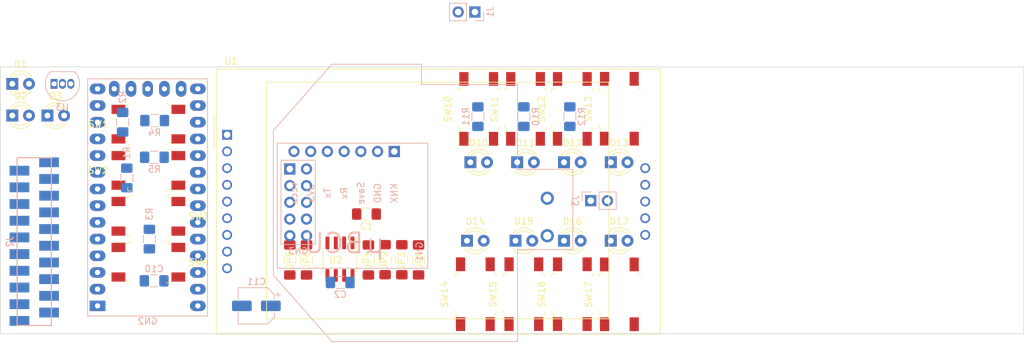
<source format=kicad_pcb>
(kicad_pcb (version 20171130) (host pcbnew "(5.1.4)-1")

  (general
    (thickness 1.6)
    (drawings 5)
    (tracks 0)
    (zones 0)
    (modules 50)
    (nets 58)
  )

  (page A4)
  (title_block
    (title "Controllerboard 9TE")
    (date 2019-10-01)
    (rev V00.01)
    (company "SirSydom KNX Labs")
    (comment 2 com@sirsydom.de)
  )

  (layers
    (0 F.Cu signal)
    (31 B.Cu signal)
    (32 B.Adhes user)
    (33 F.Adhes user)
    (34 B.Paste user)
    (35 F.Paste user)
    (36 B.SilkS user)
    (37 F.SilkS user)
    (38 B.Mask user)
    (39 F.Mask user)
    (40 Dwgs.User user)
    (41 Cmts.User user)
    (42 Eco1.User user)
    (43 Eco2.User user)
    (44 Edge.Cuts user)
    (45 Margin user)
    (46 B.CrtYd user)
    (47 F.CrtYd user)
    (48 B.Fab user hide)
    (49 F.Fab user)
  )

  (setup
    (last_trace_width 0.25)
    (trace_clearance 0.2)
    (zone_clearance 0.508)
    (zone_45_only no)
    (trace_min 0.2)
    (via_size 0.8)
    (via_drill 0.4)
    (via_min_size 0.4)
    (via_min_drill 0.3)
    (uvia_size 0.3)
    (uvia_drill 0.1)
    (uvias_allowed no)
    (uvia_min_size 0.2)
    (uvia_min_drill 0.1)
    (edge_width 0.05)
    (segment_width 0.2)
    (pcb_text_width 0.3)
    (pcb_text_size 1.5 1.5)
    (mod_edge_width 0.12)
    (mod_text_size 1 1)
    (mod_text_width 0.15)
    (pad_size 2 2)
    (pad_drill 1.25)
    (pad_to_mask_clearance 0.051)
    (solder_mask_min_width 0.25)
    (aux_axis_origin 0 0)
    (visible_elements 7FFFF7FF)
    (pcbplotparams
      (layerselection 0x010fc_ffffffff)
      (usegerberextensions false)
      (usegerberattributes false)
      (usegerberadvancedattributes false)
      (creategerberjobfile false)
      (excludeedgelayer true)
      (linewidth 0.100000)
      (plotframeref false)
      (viasonmask false)
      (mode 1)
      (useauxorigin false)
      (hpglpennumber 1)
      (hpglpenspeed 20)
      (hpglpendiameter 15.000000)
      (psnegative false)
      (psa4output false)
      (plotreference true)
      (plotvalue true)
      (plotinvisibletext false)
      (padsonsilk false)
      (subtractmaskfromsilk false)
      (outputformat 1)
      (mirror false)
      (drillshape 1)
      (scaleselection 1)
      (outputdirectory ""))
  )

  (net 0 "")
  (net 1 "Net-(U1-Pad14)")
  (net 2 "Net-(U1-Pad13)")
  (net 3 "Net-(U1-Pad12)")
  (net 4 "Net-(U1-Pad11)")
  (net 5 "Net-(U1-Pad10)")
  (net 6 MISO)
  (net 7 SCK)
  (net 8 MOSI)
  (net 9 GND)
  (net 10 +3V3)
  (net 11 "Net-(GN2-Pad16)")
  (net 12 "Net-(GN2-Pad15)")
  (net 13 "Net-(GN1-Pad4)")
  (net 14 "Net-(GN2-Pad31)")
  (net 15 "Net-(GN2-Pad30)")
  (net 16 "Net-(GN2-Pad29)")
  (net 17 +5V)
  (net 18 "Net-(GN2-Pad26)")
  (net 19 A1)
  (net 20 A0)
  (net 21 SCL)
  (net 22 "Net-(GN2-Pad4)")
  (net 23 SDA)
  (net 24 "Net-(GN2-Pad3)")
  (net 25 "Net-(GN2-Pad1)")
  (net 26 "Net-(GN1-Pad3)")
  (net 27 "Net-(D1-Pad1)")
  (net 28 "Net-(D2-Pad1)")
  (net 29 "Net-(D3-Pad1)")
  (net 30 "Net-(GN1-Pad1)")
  (net 31 D4)
  (net 32 D3)
  (net 33 D2)
  (net 34 D13)
  (net 35 D12)
  (net 36 A5)
  (net 37 D11)
  (net 38 A4)
  (net 39 D10)
  (net 40 A3)
  (net 41 D9)
  (net 42 A2)
  (net 43 D7)
  (net 44 D5)
  (net 45 "Net-(C1-Pad2)")
  (net 46 "Net-(C1-Pad1)")
  (net 47 "Net-(D10-Pad1)")
  (net 48 "Net-(D11-Pad1)")
  (net 49 "Net-(D12-Pad1)")
  (net 50 "Net-(GN2-Pad28)")
  (net 51 "Net-(GN3-Pad3)")
  (net 52 "Net-(GN3-Pad6)")
  (net 53 "Net-(GN3-Pad8)")
  (net 54 "Net-(GN3-Pad9)")
  (net 55 "Net-(GN3-Pad10)")
  (net 56 "Net-(GN3-Pad11)")
  (net 57 "Net-(GN3-Pad12)")

  (net_class Default "This is the default net class."
    (clearance 0.2)
    (trace_width 0.25)
    (via_dia 0.8)
    (via_drill 0.4)
    (uvia_dia 0.3)
    (uvia_drill 0.1)
    (add_net +3V3)
    (add_net +5V)
    (add_net A0)
    (add_net A1)
    (add_net A2)
    (add_net A3)
    (add_net A4)
    (add_net A5)
    (add_net D10)
    (add_net D11)
    (add_net D12)
    (add_net D13)
    (add_net D2)
    (add_net D3)
    (add_net D4)
    (add_net D5)
    (add_net D7)
    (add_net D9)
    (add_net GND)
    (add_net MISO)
    (add_net MOSI)
    (add_net "Net-(C1-Pad1)")
    (add_net "Net-(C1-Pad2)")
    (add_net "Net-(D1-Pad1)")
    (add_net "Net-(D10-Pad1)")
    (add_net "Net-(D11-Pad1)")
    (add_net "Net-(D12-Pad1)")
    (add_net "Net-(D2-Pad1)")
    (add_net "Net-(D3-Pad1)")
    (add_net "Net-(GN1-Pad1)")
    (add_net "Net-(GN1-Pad3)")
    (add_net "Net-(GN1-Pad4)")
    (add_net "Net-(GN2-Pad1)")
    (add_net "Net-(GN2-Pad15)")
    (add_net "Net-(GN2-Pad16)")
    (add_net "Net-(GN2-Pad26)")
    (add_net "Net-(GN2-Pad28)")
    (add_net "Net-(GN2-Pad29)")
    (add_net "Net-(GN2-Pad3)")
    (add_net "Net-(GN2-Pad30)")
    (add_net "Net-(GN2-Pad31)")
    (add_net "Net-(GN2-Pad4)")
    (add_net "Net-(GN3-Pad10)")
    (add_net "Net-(GN3-Pad11)")
    (add_net "Net-(GN3-Pad12)")
    (add_net "Net-(GN3-Pad3)")
    (add_net "Net-(GN3-Pad6)")
    (add_net "Net-(GN3-Pad8)")
    (add_net "Net-(GN3-Pad9)")
    (add_net "Net-(U1-Pad10)")
    (add_net "Net-(U1-Pad11)")
    (add_net "Net-(U1-Pad12)")
    (add_net "Net-(U1-Pad13)")
    (add_net "Net-(U1-Pad14)")
    (add_net SCK)
    (add_net SCL)
    (add_net SDA)
  )

  (module sirsydom:CR2013-MI2120_wo_holes (layer F.Cu) (tedit 5DAAF138) (tstamp 5D93F1E8)
    (at 84.455 60.325)
    (descr "CR2013-MI2120 ILI9341 LCD Breakout http://pan.baidu.com/s/11Y990")
    (tags "CR2013-MI2120 ILI9341 LCD Breakout")
    (path /5D949E4A)
    (fp_text reference U1 (at 0.59 -11.18) (layer F.SilkS)
      (effects (font (size 1 1) (thickness 0.15)))
    )
    (fp_text value CR2013-MI2120 (at 4.66 31.47) (layer F.Fab)
      (effects (font (size 1 1) (thickness 0.15)))
    )
    (fp_line (start -1.5 30.21) (end -1.5 1) (layer F.Fab) (width 0.1))
    (fp_line (start 65.7 30.21) (end -1.5 30.21) (layer F.Fab) (width 0.1))
    (fp_line (start 65.7 -9.89) (end 65.7 30.21) (layer F.Fab) (width 0.1))
    (fp_line (start -1.5 -9.89) (end 65.7 -9.89) (layer F.Fab) (width 0.1))
    (fp_line (start -1.62 30.33) (end -1.62 -10.01) (layer F.SilkS) (width 0.12))
    (fp_line (start 65.82 30.33) (end -1.62 30.33) (layer F.SilkS) (width 0.12))
    (fp_line (start 65.82 -10.01) (end 65.82 30.33) (layer F.SilkS) (width 0.12))
    (fp_line (start -1.62 -10.01) (end 65.82 -10.01) (layer F.SilkS) (width 0.12))
    (fp_line (start -1.75 30.46) (end -1.75 -10.14) (layer F.CrtYd) (width 0.05))
    (fp_line (start 65.95 30.46) (end -1.75 30.46) (layer F.CrtYd) (width 0.05))
    (fp_line (start 65.95 -10.14) (end 65.95 30.46) (layer F.CrtYd) (width 0.05))
    (fp_line (start -1.75 -10.14) (end 65.95 -10.14) (layer F.CrtYd) (width 0.05))
    (fp_text user %R (at 31.58 9.55) (layer F.Fab)
      (effects (font (size 1 1) (thickness 0.15)))
    )
    (fp_line (start -2 -3) (end -2 2) (layer F.SilkS) (width 0.12))
    (fp_line (start -1.5 -1) (end -1.5 -9.89) (layer F.Fab) (width 0.1))
    (fp_line (start -0.5 0) (end -1.5 -1) (layer F.Fab) (width 0.1))
    (fp_line (start -1.5 1) (end -0.5 0) (layer F.Fab) (width 0.1))
    (fp_line (start 6 28) (end 6 -8) (layer F.SilkS) (width 0.12))
    (fp_line (start 58 28) (end 6 28) (layer F.SilkS) (width 0.12))
    (fp_line (start 58 -8) (end 58 28) (layer F.SilkS) (width 0.12))
    (fp_line (start 6 -8) (end 58 -8) (layer F.SilkS) (width 0.12))
    (pad 14 thru_hole circle (at 63.52 15.24) (size 1.5 1.5) (drill 1) (layers *.Cu *.Mask)
      (net 1 "Net-(U1-Pad14)"))
    (pad 13 thru_hole circle (at 63.52 12.7) (size 1.5 1.5) (drill 1) (layers *.Cu *.Mask)
      (net 2 "Net-(U1-Pad13)"))
    (pad 12 thru_hole circle (at 63.52 10.16) (size 1.5 1.5) (drill 1) (layers *.Cu *.Mask)
      (net 3 "Net-(U1-Pad12)"))
    (pad 11 thru_hole circle (at 63.52 7.62) (size 1.5 1.5) (drill 1) (layers *.Cu *.Mask)
      (net 4 "Net-(U1-Pad11)"))
    (pad 10 thru_hole circle (at 63.52 5.08) (size 1.5 1.5) (drill 1) (layers *.Cu *.Mask)
      (net 5 "Net-(U1-Pad10)"))
    (pad 9 thru_hole circle (at 0 20.32) (size 1.5 1.5) (drill 1) (layers *.Cu *.Mask)
      (net 6 MISO))
    (pad 8 thru_hole circle (at 0 17.78) (size 1.5 1.5) (drill 1) (layers *.Cu *.Mask)
      (net 36 A5))
    (pad 7 thru_hole circle (at 0 15.24) (size 1.5 1.5) (drill 1) (layers *.Cu *.Mask)
      (net 7 SCK))
    (pad 6 thru_hole circle (at 0 12.7) (size 1.5 1.5) (drill 1) (layers *.Cu *.Mask)
      (net 8 MOSI))
    (pad 5 thru_hole circle (at 0 10.16) (size 1.5 1.5) (drill 1) (layers *.Cu *.Mask)
      (net 33 D2))
    (pad 4 thru_hole circle (at 0 7.62) (size 1.5 1.5) (drill 1) (layers *.Cu *.Mask)
      (net 32 D3))
    (pad 3 thru_hole circle (at 0 5.08) (size 1.5 1.5) (drill 1) (layers *.Cu *.Mask)
      (net 31 D4))
    (pad 2 thru_hole circle (at 0 2.54) (size 1.5 1.5) (drill 1) (layers *.Cu *.Mask)
      (net 9 GND))
    (pad 1 thru_hole rect (at 0 0) (size 1.5 1.5) (drill 1) (layers *.Cu *.Mask)
      (net 10 +3V3))
    (model ${KISYS3DMOD}/Display.3dshapes/CR2013-MI2120.wrl
      (at (xyz 0 0 0))
      (scale (xyz 1 1 1))
      (rotate (xyz 0 0 0))
    )
  )

  (module Resistor_SMD:R_1206_3216Metric_Pad1.42x1.75mm_HandSolder (layer B.Cu) (tedit 5B301BBD) (tstamp 5DAB6311)
    (at 73.406 63.754)
    (descr "Resistor SMD 1206 (3216 Metric), square (rectangular) end terminal, IPC_7351 nominal with elongated pad for handsoldering. (Body size source: http://www.tortai-tech.com/upload/download/2011102023233369053.pdf), generated with kicad-footprint-generator")
    (tags "resistor handsolder")
    (path /5DA06234)
    (attr smd)
    (fp_text reference R5 (at 0 1.82) (layer B.SilkS)
      (effects (font (size 1 1) (thickness 0.15)) (justify mirror))
    )
    (fp_text value 1k (at 0 -1.82) (layer B.Fab)
      (effects (font (size 1 1) (thickness 0.15)) (justify mirror))
    )
    (fp_text user %R (at 0 0) (layer B.Fab)
      (effects (font (size 0.8 0.8) (thickness 0.12)) (justify mirror))
    )
    (fp_line (start 2.45 -1.12) (end -2.45 -1.12) (layer B.CrtYd) (width 0.05))
    (fp_line (start 2.45 1.12) (end 2.45 -1.12) (layer B.CrtYd) (width 0.05))
    (fp_line (start -2.45 1.12) (end 2.45 1.12) (layer B.CrtYd) (width 0.05))
    (fp_line (start -2.45 -1.12) (end -2.45 1.12) (layer B.CrtYd) (width 0.05))
    (fp_line (start -0.602064 -0.91) (end 0.602064 -0.91) (layer B.SilkS) (width 0.12))
    (fp_line (start -0.602064 0.91) (end 0.602064 0.91) (layer B.SilkS) (width 0.12))
    (fp_line (start 1.6 -0.8) (end -1.6 -0.8) (layer B.Fab) (width 0.1))
    (fp_line (start 1.6 0.8) (end 1.6 -0.8) (layer B.Fab) (width 0.1))
    (fp_line (start -1.6 0.8) (end 1.6 0.8) (layer B.Fab) (width 0.1))
    (fp_line (start -1.6 -0.8) (end -1.6 0.8) (layer B.Fab) (width 0.1))
    (pad 2 smd roundrect (at 1.4875 0) (size 1.425 1.75) (layers B.Cu B.Paste B.Mask) (roundrect_rratio 0.175439)
      (net 21 SCL))
    (pad 1 smd roundrect (at -1.4875 0) (size 1.425 1.75) (layers B.Cu B.Paste B.Mask) (roundrect_rratio 0.175439)
      (net 10 +3V3))
    (model ${KISYS3DMOD}/Resistor_SMD.3dshapes/R_1206_3216Metric.wrl
      (at (xyz 0 0 0))
      (scale (xyz 1 1 1))
      (rotate (xyz 0 0 0))
    )
  )

  (module Resistor_SMD:R_1206_3216Metric_Pad1.42x1.75mm_HandSolder (layer B.Cu) (tedit 5B301BBD) (tstamp 5DAB62B1)
    (at 73.4425 58.166)
    (descr "Resistor SMD 1206 (3216 Metric), square (rectangular) end terminal, IPC_7351 nominal with elongated pad for handsoldering. (Body size source: http://www.tortai-tech.com/upload/download/2011102023233369053.pdf), generated with kicad-footprint-generator")
    (tags "resistor handsolder")
    (path /5DA0665F)
    (attr smd)
    (fp_text reference R4 (at 0 1.82) (layer B.SilkS)
      (effects (font (size 1 1) (thickness 0.15)) (justify mirror))
    )
    (fp_text value 1k (at 0 -1.82) (layer B.Fab)
      (effects (font (size 1 1) (thickness 0.15)) (justify mirror))
    )
    (fp_text user %R (at 0 0) (layer B.Fab)
      (effects (font (size 0.8 0.8) (thickness 0.12)) (justify mirror))
    )
    (fp_line (start 2.45 -1.12) (end -2.45 -1.12) (layer B.CrtYd) (width 0.05))
    (fp_line (start 2.45 1.12) (end 2.45 -1.12) (layer B.CrtYd) (width 0.05))
    (fp_line (start -2.45 1.12) (end 2.45 1.12) (layer B.CrtYd) (width 0.05))
    (fp_line (start -2.45 -1.12) (end -2.45 1.12) (layer B.CrtYd) (width 0.05))
    (fp_line (start -0.602064 -0.91) (end 0.602064 -0.91) (layer B.SilkS) (width 0.12))
    (fp_line (start -0.602064 0.91) (end 0.602064 0.91) (layer B.SilkS) (width 0.12))
    (fp_line (start 1.6 -0.8) (end -1.6 -0.8) (layer B.Fab) (width 0.1))
    (fp_line (start 1.6 0.8) (end 1.6 -0.8) (layer B.Fab) (width 0.1))
    (fp_line (start -1.6 0.8) (end 1.6 0.8) (layer B.Fab) (width 0.1))
    (fp_line (start -1.6 -0.8) (end -1.6 0.8) (layer B.Fab) (width 0.1))
    (pad 2 smd roundrect (at 1.4875 0) (size 1.425 1.75) (layers B.Cu B.Paste B.Mask) (roundrect_rratio 0.175439)
      (net 23 SDA))
    (pad 1 smd roundrect (at -1.4875 0) (size 1.425 1.75) (layers B.Cu B.Paste B.Mask) (roundrect_rratio 0.175439)
      (net 10 +3V3))
    (model ${KISYS3DMOD}/Resistor_SMD.3dshapes/R_1206_3216Metric.wrl
      (at (xyz 0 0 0))
      (scale (xyz 1 1 1))
      (rotate (xyz 0 0 0))
    )
  )

  (module Capacitor_SMD:CP_Elec_5x5.3 (layer B.Cu) (tedit 5BCA39CF) (tstamp 5D9CAC14)
    (at 88.9 86.36 180)
    (descr "SMD capacitor, aluminum electrolytic, Nichicon, 5.0x5.3mm")
    (tags "capacitor electrolytic")
    (path /5DA5D9E4)
    (attr smd)
    (fp_text reference C11 (at 0 3.7 180) (layer B.SilkS)
      (effects (font (size 1 1) (thickness 0.15)) (justify mirror))
    )
    (fp_text value 10µF (at 0 -3.7 180) (layer B.Fab)
      (effects (font (size 1 1) (thickness 0.15)) (justify mirror))
    )
    (fp_text user %R (at 0 0 180) (layer B.Fab)
      (effects (font (size 1 1) (thickness 0.15)) (justify mirror))
    )
    (fp_line (start -3.95 -1.05) (end -2.9 -1.05) (layer B.CrtYd) (width 0.05))
    (fp_line (start -3.95 1.05) (end -3.95 -1.05) (layer B.CrtYd) (width 0.05))
    (fp_line (start -2.9 1.05) (end -3.95 1.05) (layer B.CrtYd) (width 0.05))
    (fp_line (start -2.9 -1.05) (end -2.9 -1.75) (layer B.CrtYd) (width 0.05))
    (fp_line (start -2.9 1.75) (end -2.9 1.05) (layer B.CrtYd) (width 0.05))
    (fp_line (start -2.9 1.75) (end -1.75 2.9) (layer B.CrtYd) (width 0.05))
    (fp_line (start -2.9 -1.75) (end -1.75 -2.9) (layer B.CrtYd) (width 0.05))
    (fp_line (start -1.75 2.9) (end 2.9 2.9) (layer B.CrtYd) (width 0.05))
    (fp_line (start -1.75 -2.9) (end 2.9 -2.9) (layer B.CrtYd) (width 0.05))
    (fp_line (start 2.9 -1.05) (end 2.9 -2.9) (layer B.CrtYd) (width 0.05))
    (fp_line (start 3.95 -1.05) (end 2.9 -1.05) (layer B.CrtYd) (width 0.05))
    (fp_line (start 3.95 1.05) (end 3.95 -1.05) (layer B.CrtYd) (width 0.05))
    (fp_line (start 2.9 1.05) (end 3.95 1.05) (layer B.CrtYd) (width 0.05))
    (fp_line (start 2.9 2.9) (end 2.9 1.05) (layer B.CrtYd) (width 0.05))
    (fp_line (start -3.3125 1.9975) (end -3.3125 1.3725) (layer B.SilkS) (width 0.12))
    (fp_line (start -3.625 1.685) (end -3 1.685) (layer B.SilkS) (width 0.12))
    (fp_line (start -2.76 -1.695563) (end -1.695563 -2.76) (layer B.SilkS) (width 0.12))
    (fp_line (start -2.76 1.695563) (end -1.695563 2.76) (layer B.SilkS) (width 0.12))
    (fp_line (start -2.76 1.695563) (end -2.76 1.06) (layer B.SilkS) (width 0.12))
    (fp_line (start -2.76 -1.695563) (end -2.76 -1.06) (layer B.SilkS) (width 0.12))
    (fp_line (start -1.695563 -2.76) (end 2.76 -2.76) (layer B.SilkS) (width 0.12))
    (fp_line (start -1.695563 2.76) (end 2.76 2.76) (layer B.SilkS) (width 0.12))
    (fp_line (start 2.76 2.76) (end 2.76 1.06) (layer B.SilkS) (width 0.12))
    (fp_line (start 2.76 -2.76) (end 2.76 -1.06) (layer B.SilkS) (width 0.12))
    (fp_line (start -1.783956 1.45) (end -1.783956 0.95) (layer B.Fab) (width 0.1))
    (fp_line (start -2.033956 1.2) (end -1.533956 1.2) (layer B.Fab) (width 0.1))
    (fp_line (start -2.65 -1.65) (end -1.65 -2.65) (layer B.Fab) (width 0.1))
    (fp_line (start -2.65 1.65) (end -1.65 2.65) (layer B.Fab) (width 0.1))
    (fp_line (start -2.65 1.65) (end -2.65 -1.65) (layer B.Fab) (width 0.1))
    (fp_line (start -1.65 -2.65) (end 2.65 -2.65) (layer B.Fab) (width 0.1))
    (fp_line (start -1.65 2.65) (end 2.65 2.65) (layer B.Fab) (width 0.1))
    (fp_line (start 2.65 2.65) (end 2.65 -2.65) (layer B.Fab) (width 0.1))
    (fp_circle (center 0 0) (end 2.5 0) (layer B.Fab) (width 0.1))
    (pad 2 smd roundrect (at 2.2 0 180) (size 3 1.6) (layers B.Cu B.Paste B.Mask) (roundrect_rratio 0.15625)
      (net 9 GND))
    (pad 1 smd roundrect (at -2.2 0 180) (size 3 1.6) (layers B.Cu B.Paste B.Mask) (roundrect_rratio 0.15625)
      (net 10 +3V3))
    (model ${KISYS3DMOD}/Capacitor_SMD.3dshapes/CP_Elec_5x5.3.wrl
      (at (xyz 0 0 0))
      (scale (xyz 1 1 1))
      (rotate (xyz 0 0 0))
    )
  )

  (module Capacitor_SMD:C_1206_3216Metric_Pad1.42x1.75mm_HandSolder (layer B.Cu) (tedit 5B301BBE) (tstamp 5DAB62E1)
    (at 73.3695 82.55 180)
    (descr "Capacitor SMD 1206 (3216 Metric), square (rectangular) end terminal, IPC_7351 nominal with elongated pad for handsoldering. (Body size source: http://www.tortai-tech.com/upload/download/2011102023233369053.pdf), generated with kicad-footprint-generator")
    (tags "capacitor handsolder")
    (path /5DA5CBBB)
    (attr smd)
    (fp_text reference C10 (at 0 1.82) (layer B.SilkS)
      (effects (font (size 1 1) (thickness 0.15)) (justify mirror))
    )
    (fp_text value 100nF (at 0 -1.82) (layer B.Fab)
      (effects (font (size 1 1) (thickness 0.15)) (justify mirror))
    )
    (fp_text user %R (at 0 0) (layer B.Fab)
      (effects (font (size 0.8 0.8) (thickness 0.12)) (justify mirror))
    )
    (fp_line (start 2.45 -1.12) (end -2.45 -1.12) (layer B.CrtYd) (width 0.05))
    (fp_line (start 2.45 1.12) (end 2.45 -1.12) (layer B.CrtYd) (width 0.05))
    (fp_line (start -2.45 1.12) (end 2.45 1.12) (layer B.CrtYd) (width 0.05))
    (fp_line (start -2.45 -1.12) (end -2.45 1.12) (layer B.CrtYd) (width 0.05))
    (fp_line (start -0.602064 -0.91) (end 0.602064 -0.91) (layer B.SilkS) (width 0.12))
    (fp_line (start -0.602064 0.91) (end 0.602064 0.91) (layer B.SilkS) (width 0.12))
    (fp_line (start 1.6 -0.8) (end -1.6 -0.8) (layer B.Fab) (width 0.1))
    (fp_line (start 1.6 0.8) (end 1.6 -0.8) (layer B.Fab) (width 0.1))
    (fp_line (start -1.6 0.8) (end 1.6 0.8) (layer B.Fab) (width 0.1))
    (fp_line (start -1.6 -0.8) (end -1.6 0.8) (layer B.Fab) (width 0.1))
    (pad 2 smd roundrect (at 1.4875 0 180) (size 1.425 1.75) (layers B.Cu B.Paste B.Mask) (roundrect_rratio 0.175439)
      (net 10 +3V3))
    (pad 1 smd roundrect (at -1.4875 0 180) (size 1.425 1.75) (layers B.Cu B.Paste B.Mask) (roundrect_rratio 0.175439)
      (net 9 GND))
    (model ${KISYS3DMOD}/Capacitor_SMD.3dshapes/C_1206_3216Metric.wrl
      (at (xyz 0 0 0))
      (scale (xyz 1 1 1))
      (rotate (xyz 0 0 0))
    )
  )

  (module digikey-footprints:Switch_Tactile_SMD_6x6mm (layer F.Cu) (tedit 5D28A6E0) (tstamp 5D9BA610)
    (at 144.054 84.604 90)
    (path /5D98A309)
    (attr smd)
    (fp_text reference SW17 (at -0.03 -4.69 90) (layer F.SilkS)
      (effects (font (size 1 1) (thickness 0.15)))
    )
    (fp_text value SW_Push_Dual (at 0 5.08 90) (layer F.Fab)
      (effects (font (size 1 1) (thickness 0.15)))
    )
    (fp_line (start 3 3) (end 3 -3) (layer F.Fab) (width 0.1))
    (fp_line (start -3 3) (end 3 3) (layer F.Fab) (width 0.1))
    (fp_line (start -2.7 -3) (end -3 -2.725) (layer F.Fab) (width 0.1))
    (fp_line (start -3 -2.725) (end -3 3) (layer F.Fab) (width 0.1))
    (fp_line (start -2.7 -3) (end 3 -3) (layer F.Fab) (width 0.1))
    (fp_line (start 3.125 3.125) (end 2.75 3.125) (layer F.SilkS) (width 0.1))
    (fp_line (start 3.125 2.75) (end 3.125 3.125) (layer F.SilkS) (width 0.1))
    (fp_line (start -3.125 3.125) (end -3.125 2.725) (layer F.SilkS) (width 0.1))
    (fp_line (start -2.725 3.125) (end -3.125 3.125) (layer F.SilkS) (width 0.1))
    (fp_line (start 3.125 -3.125) (end 2.625 -3.125) (layer F.SilkS) (width 0.1))
    (fp_line (start 3.125 -2.575) (end 3.125 -3.125) (layer F.SilkS) (width 0.1))
    (fp_line (start -3.425 -3.025) (end -5.075 -3.025) (layer F.SilkS) (width 0.1))
    (fp_line (start -3.425 -2.8) (end -3.425 -3.025) (layer F.SilkS) (width 0.1))
    (fp_line (start -3.125 -2.8) (end -3.425 -2.8) (layer F.SilkS) (width 0.1))
    (fp_line (start -2.775 -3.125) (end -3.125 -2.8) (layer F.SilkS) (width 0.1))
    (fp_line (start -2.775 -3.125) (end -2.475 -3.125) (layer F.SilkS) (width 0.1))
    (fp_line (start 5.85 -3.3) (end 5.85 3.3) (layer F.CrtYd) (width 0.05))
    (fp_line (start 5.85 3.3) (end -5.85 3.3) (layer F.CrtYd) (width 0.05))
    (fp_line (start -5.85 3.3) (end -5.85 -3.3) (layer F.CrtYd) (width 0.05))
    (fp_line (start -5.85 -3.3) (end 5.85 -3.3) (layer F.CrtYd) (width 0.05))
    (fp_text user %R (at -0.125 0.125 90) (layer F.Fab)
      (effects (font (size 1 1) (thickness 0.15)))
    )
    (pad 1 smd rect (at -4.55 -2.25) (size 1.4 2.1) (layers F.Cu F.Paste F.Mask)
      (net 35 D12))
    (pad 3 smd rect (at -4.55 2.25) (size 1.4 2.1) (layers F.Cu F.Paste F.Mask)
      (net 35 D12))
    (pad 4 smd rect (at 4.55 2.25) (size 1.4 2.1) (layers F.Cu F.Paste F.Mask)
      (net 44 D5))
    (pad 2 smd rect (at 4.55 -2.25) (size 1.4 2.1) (layers F.Cu F.Paste F.Mask)
      (net 44 D5))
  )

  (module digikey-footprints:Switch_Tactile_SMD_6x6mm (layer F.Cu) (tedit 5D28A6E0) (tstamp 5DAC2833)
    (at 122.174 84.582 90)
    (path /5D99676A)
    (attr smd)
    (fp_text reference SW14 (at -0.03 -4.69 90) (layer F.SilkS)
      (effects (font (size 1 1) (thickness 0.15)))
    )
    (fp_text value SW_Push_Dual (at 0 5.08 90) (layer F.Fab)
      (effects (font (size 1 1) (thickness 0.15)))
    )
    (fp_line (start 3 3) (end 3 -3) (layer F.Fab) (width 0.1))
    (fp_line (start -3 3) (end 3 3) (layer F.Fab) (width 0.1))
    (fp_line (start -2.7 -3) (end -3 -2.725) (layer F.Fab) (width 0.1))
    (fp_line (start -3 -2.725) (end -3 3) (layer F.Fab) (width 0.1))
    (fp_line (start -2.7 -3) (end 3 -3) (layer F.Fab) (width 0.1))
    (fp_line (start 3.125 3.125) (end 2.75 3.125) (layer F.SilkS) (width 0.1))
    (fp_line (start 3.125 2.75) (end 3.125 3.125) (layer F.SilkS) (width 0.1))
    (fp_line (start -3.125 3.125) (end -3.125 2.725) (layer F.SilkS) (width 0.1))
    (fp_line (start -2.725 3.125) (end -3.125 3.125) (layer F.SilkS) (width 0.1))
    (fp_line (start 3.125 -3.125) (end 2.625 -3.125) (layer F.SilkS) (width 0.1))
    (fp_line (start 3.125 -2.575) (end 3.125 -3.125) (layer F.SilkS) (width 0.1))
    (fp_line (start -3.425 -3.025) (end -5.075 -3.025) (layer F.SilkS) (width 0.1))
    (fp_line (start -3.425 -2.8) (end -3.425 -3.025) (layer F.SilkS) (width 0.1))
    (fp_line (start -3.125 -2.8) (end -3.425 -2.8) (layer F.SilkS) (width 0.1))
    (fp_line (start -2.775 -3.125) (end -3.125 -2.8) (layer F.SilkS) (width 0.1))
    (fp_line (start -2.775 -3.125) (end -2.475 -3.125) (layer F.SilkS) (width 0.1))
    (fp_line (start 5.85 -3.3) (end 5.85 3.3) (layer F.CrtYd) (width 0.05))
    (fp_line (start 5.85 3.3) (end -5.85 3.3) (layer F.CrtYd) (width 0.05))
    (fp_line (start -5.85 3.3) (end -5.85 -3.3) (layer F.CrtYd) (width 0.05))
    (fp_line (start -5.85 -3.3) (end 5.85 -3.3) (layer F.CrtYd) (width 0.05))
    (fp_text user %R (at -0.125 0.125 90) (layer F.Fab)
      (effects (font (size 1 1) (thickness 0.15)))
    )
    (pad 1 smd rect (at -4.55 -2.25) (size 1.4 2.1) (layers F.Cu F.Paste F.Mask)
      (net 35 D12))
    (pad 3 smd rect (at -4.55 2.25) (size 1.4 2.1) (layers F.Cu F.Paste F.Mask)
      (net 35 D12))
    (pad 4 smd rect (at 4.55 2.25) (size 1.4 2.1) (layers F.Cu F.Paste F.Mask)
      (net 43 D7))
    (pad 2 smd rect (at 4.55 -2.25) (size 1.4 2.1) (layers F.Cu F.Paste F.Mask)
      (net 43 D7))
  )

  (module digikey-footprints:Switch_Tactile_SMD_6x6mm (layer F.Cu) (tedit 5D28A6E0) (tstamp 5D9BA59E)
    (at 144.054 56.366 90)
    (path /5D996F9A)
    (attr smd)
    (fp_text reference SW13 (at -0.03 -4.69 90) (layer F.SilkS)
      (effects (font (size 1 1) (thickness 0.15)))
    )
    (fp_text value SW_Push_Dual (at 0 5.08 90) (layer F.Fab)
      (effects (font (size 1 1) (thickness 0.15)))
    )
    (fp_line (start 3 3) (end 3 -3) (layer F.Fab) (width 0.1))
    (fp_line (start -3 3) (end 3 3) (layer F.Fab) (width 0.1))
    (fp_line (start -2.7 -3) (end -3 -2.725) (layer F.Fab) (width 0.1))
    (fp_line (start -3 -2.725) (end -3 3) (layer F.Fab) (width 0.1))
    (fp_line (start -2.7 -3) (end 3 -3) (layer F.Fab) (width 0.1))
    (fp_line (start 3.125 3.125) (end 2.75 3.125) (layer F.SilkS) (width 0.1))
    (fp_line (start 3.125 2.75) (end 3.125 3.125) (layer F.SilkS) (width 0.1))
    (fp_line (start -3.125 3.125) (end -3.125 2.725) (layer F.SilkS) (width 0.1))
    (fp_line (start -2.725 3.125) (end -3.125 3.125) (layer F.SilkS) (width 0.1))
    (fp_line (start 3.125 -3.125) (end 2.625 -3.125) (layer F.SilkS) (width 0.1))
    (fp_line (start 3.125 -2.575) (end 3.125 -3.125) (layer F.SilkS) (width 0.1))
    (fp_line (start -3.425 -3.025) (end -5.075 -3.025) (layer F.SilkS) (width 0.1))
    (fp_line (start -3.425 -2.8) (end -3.425 -3.025) (layer F.SilkS) (width 0.1))
    (fp_line (start -3.125 -2.8) (end -3.425 -2.8) (layer F.SilkS) (width 0.1))
    (fp_line (start -2.775 -3.125) (end -3.125 -2.8) (layer F.SilkS) (width 0.1))
    (fp_line (start -2.775 -3.125) (end -2.475 -3.125) (layer F.SilkS) (width 0.1))
    (fp_line (start 5.85 -3.3) (end 5.85 3.3) (layer F.CrtYd) (width 0.05))
    (fp_line (start 5.85 3.3) (end -5.85 3.3) (layer F.CrtYd) (width 0.05))
    (fp_line (start -5.85 3.3) (end -5.85 -3.3) (layer F.CrtYd) (width 0.05))
    (fp_line (start -5.85 -3.3) (end 5.85 -3.3) (layer F.CrtYd) (width 0.05))
    (fp_text user %R (at -0.125 0.125 90) (layer F.Fab)
      (effects (font (size 1 1) (thickness 0.15)))
    )
    (pad 1 smd rect (at -4.55 -2.25) (size 1.4 2.1) (layers F.Cu F.Paste F.Mask)
      (net 31 D4))
    (pad 3 smd rect (at -4.55 2.25) (size 1.4 2.1) (layers F.Cu F.Paste F.Mask)
      (net 31 D4))
    (pad 4 smd rect (at 4.55 2.25) (size 1.4 2.1) (layers F.Cu F.Paste F.Mask)
      (net 43 D7))
    (pad 2 smd rect (at 4.55 -2.25) (size 1.4 2.1) (layers F.Cu F.Paste F.Mask)
      (net 43 D7))
  )

  (module digikey-footprints:Switch_Tactile_SMD_6x6mm (layer F.Cu) (tedit 5D28A6E0) (tstamp 5D9BA581)
    (at 136.906 56.388 90)
    (path /5D9975AE)
    (attr smd)
    (fp_text reference SW12 (at -0.03 -4.69 90) (layer F.SilkS)
      (effects (font (size 1 1) (thickness 0.15)))
    )
    (fp_text value SW_Push_Dual (at 0 5.08 90) (layer F.Fab)
      (effects (font (size 1 1) (thickness 0.15)))
    )
    (fp_line (start 3 3) (end 3 -3) (layer F.Fab) (width 0.1))
    (fp_line (start -3 3) (end 3 3) (layer F.Fab) (width 0.1))
    (fp_line (start -2.7 -3) (end -3 -2.725) (layer F.Fab) (width 0.1))
    (fp_line (start -3 -2.725) (end -3 3) (layer F.Fab) (width 0.1))
    (fp_line (start -2.7 -3) (end 3 -3) (layer F.Fab) (width 0.1))
    (fp_line (start 3.125 3.125) (end 2.75 3.125) (layer F.SilkS) (width 0.1))
    (fp_line (start 3.125 2.75) (end 3.125 3.125) (layer F.SilkS) (width 0.1))
    (fp_line (start -3.125 3.125) (end -3.125 2.725) (layer F.SilkS) (width 0.1))
    (fp_line (start -2.725 3.125) (end -3.125 3.125) (layer F.SilkS) (width 0.1))
    (fp_line (start 3.125 -3.125) (end 2.625 -3.125) (layer F.SilkS) (width 0.1))
    (fp_line (start 3.125 -2.575) (end 3.125 -3.125) (layer F.SilkS) (width 0.1))
    (fp_line (start -3.425 -3.025) (end -5.075 -3.025) (layer F.SilkS) (width 0.1))
    (fp_line (start -3.425 -2.8) (end -3.425 -3.025) (layer F.SilkS) (width 0.1))
    (fp_line (start -3.125 -2.8) (end -3.425 -2.8) (layer F.SilkS) (width 0.1))
    (fp_line (start -2.775 -3.125) (end -3.125 -2.8) (layer F.SilkS) (width 0.1))
    (fp_line (start -2.775 -3.125) (end -2.475 -3.125) (layer F.SilkS) (width 0.1))
    (fp_line (start 5.85 -3.3) (end 5.85 3.3) (layer F.CrtYd) (width 0.05))
    (fp_line (start 5.85 3.3) (end -5.85 3.3) (layer F.CrtYd) (width 0.05))
    (fp_line (start -5.85 3.3) (end -5.85 -3.3) (layer F.CrtYd) (width 0.05))
    (fp_line (start -5.85 -3.3) (end 5.85 -3.3) (layer F.CrtYd) (width 0.05))
    (fp_text user %R (at -0.125 0.125 90) (layer F.Fab)
      (effects (font (size 1 1) (thickness 0.15)))
    )
    (pad 1 smd rect (at -4.55 -2.25) (size 1.4 2.1) (layers F.Cu F.Paste F.Mask)
      (net 32 D3))
    (pad 3 smd rect (at -4.55 2.25) (size 1.4 2.1) (layers F.Cu F.Paste F.Mask)
      (net 32 D3))
    (pad 4 smd rect (at 4.55 2.25) (size 1.4 2.1) (layers F.Cu F.Paste F.Mask)
      (net 43 D7))
    (pad 2 smd rect (at 4.55 -2.25) (size 1.4 2.1) (layers F.Cu F.Paste F.Mask)
      (net 43 D7))
  )

  (module digikey-footprints:Switch_Tactile_SMD_6x6mm (layer F.Cu) (tedit 5D28A6E0) (tstamp 5D9BA564)
    (at 129.794 56.388 90)
    (path /5D998392)
    (attr smd)
    (fp_text reference SW11 (at -0.03 -4.69 90) (layer F.SilkS)
      (effects (font (size 1 1) (thickness 0.15)))
    )
    (fp_text value SW_Push_Dual (at 0 5.08 90) (layer F.Fab)
      (effects (font (size 1 1) (thickness 0.15)))
    )
    (fp_line (start 3 3) (end 3 -3) (layer F.Fab) (width 0.1))
    (fp_line (start -3 3) (end 3 3) (layer F.Fab) (width 0.1))
    (fp_line (start -2.7 -3) (end -3 -2.725) (layer F.Fab) (width 0.1))
    (fp_line (start -3 -2.725) (end -3 3) (layer F.Fab) (width 0.1))
    (fp_line (start -2.7 -3) (end 3 -3) (layer F.Fab) (width 0.1))
    (fp_line (start 3.125 3.125) (end 2.75 3.125) (layer F.SilkS) (width 0.1))
    (fp_line (start 3.125 2.75) (end 3.125 3.125) (layer F.SilkS) (width 0.1))
    (fp_line (start -3.125 3.125) (end -3.125 2.725) (layer F.SilkS) (width 0.1))
    (fp_line (start -2.725 3.125) (end -3.125 3.125) (layer F.SilkS) (width 0.1))
    (fp_line (start 3.125 -3.125) (end 2.625 -3.125) (layer F.SilkS) (width 0.1))
    (fp_line (start 3.125 -2.575) (end 3.125 -3.125) (layer F.SilkS) (width 0.1))
    (fp_line (start -3.425 -3.025) (end -5.075 -3.025) (layer F.SilkS) (width 0.1))
    (fp_line (start -3.425 -2.8) (end -3.425 -3.025) (layer F.SilkS) (width 0.1))
    (fp_line (start -3.125 -2.8) (end -3.425 -2.8) (layer F.SilkS) (width 0.1))
    (fp_line (start -2.775 -3.125) (end -3.125 -2.8) (layer F.SilkS) (width 0.1))
    (fp_line (start -2.775 -3.125) (end -2.475 -3.125) (layer F.SilkS) (width 0.1))
    (fp_line (start 5.85 -3.3) (end 5.85 3.3) (layer F.CrtYd) (width 0.05))
    (fp_line (start 5.85 3.3) (end -5.85 3.3) (layer F.CrtYd) (width 0.05))
    (fp_line (start -5.85 3.3) (end -5.85 -3.3) (layer F.CrtYd) (width 0.05))
    (fp_line (start -5.85 -3.3) (end 5.85 -3.3) (layer F.CrtYd) (width 0.05))
    (fp_text user %R (at -0.125 0.125 90) (layer F.Fab)
      (effects (font (size 1 1) (thickness 0.15)))
    )
    (pad 1 smd rect (at -4.55 -2.25) (size 1.4 2.1) (layers F.Cu F.Paste F.Mask)
      (net 35 D12))
    (pad 3 smd rect (at -4.55 2.25) (size 1.4 2.1) (layers F.Cu F.Paste F.Mask)
      (net 35 D12))
    (pad 4 smd rect (at 4.55 2.25) (size 1.4 2.1) (layers F.Cu F.Paste F.Mask)
      (net 41 D9))
    (pad 2 smd rect (at 4.55 -2.25) (size 1.4 2.1) (layers F.Cu F.Paste F.Mask)
      (net 41 D9))
  )

  (module digikey-footprints:Switch_Tactile_SMD_6x6mm (layer F.Cu) (tedit 5D28A6E0) (tstamp 5DAC2C0E)
    (at 122.682 56.388 90)
    (path /5D997B82)
    (attr smd)
    (fp_text reference SW10 (at -0.03 -4.69 90) (layer F.SilkS)
      (effects (font (size 1 1) (thickness 0.15)))
    )
    (fp_text value SW_Push_Dual (at 0 5.08 90) (layer F.Fab)
      (effects (font (size 1 1) (thickness 0.15)))
    )
    (fp_line (start 3 3) (end 3 -3) (layer F.Fab) (width 0.1))
    (fp_line (start -3 3) (end 3 3) (layer F.Fab) (width 0.1))
    (fp_line (start -2.7 -3) (end -3 -2.725) (layer F.Fab) (width 0.1))
    (fp_line (start -3 -2.725) (end -3 3) (layer F.Fab) (width 0.1))
    (fp_line (start -2.7 -3) (end 3 -3) (layer F.Fab) (width 0.1))
    (fp_line (start 3.125 3.125) (end 2.75 3.125) (layer F.SilkS) (width 0.1))
    (fp_line (start 3.125 2.75) (end 3.125 3.125) (layer F.SilkS) (width 0.1))
    (fp_line (start -3.125 3.125) (end -3.125 2.725) (layer F.SilkS) (width 0.1))
    (fp_line (start -2.725 3.125) (end -3.125 3.125) (layer F.SilkS) (width 0.1))
    (fp_line (start 3.125 -3.125) (end 2.625 -3.125) (layer F.SilkS) (width 0.1))
    (fp_line (start 3.125 -2.575) (end 3.125 -3.125) (layer F.SilkS) (width 0.1))
    (fp_line (start -3.425 -3.025) (end -5.075 -3.025) (layer F.SilkS) (width 0.1))
    (fp_line (start -3.425 -2.8) (end -3.425 -3.025) (layer F.SilkS) (width 0.1))
    (fp_line (start -3.125 -2.8) (end -3.425 -2.8) (layer F.SilkS) (width 0.1))
    (fp_line (start -2.775 -3.125) (end -3.125 -2.8) (layer F.SilkS) (width 0.1))
    (fp_line (start -2.775 -3.125) (end -2.475 -3.125) (layer F.SilkS) (width 0.1))
    (fp_line (start 5.85 -3.3) (end 5.85 3.3) (layer F.CrtYd) (width 0.05))
    (fp_line (start 5.85 3.3) (end -5.85 3.3) (layer F.CrtYd) (width 0.05))
    (fp_line (start -5.85 3.3) (end -5.85 -3.3) (layer F.CrtYd) (width 0.05))
    (fp_line (start -5.85 -3.3) (end 5.85 -3.3) (layer F.CrtYd) (width 0.05))
    (fp_text user %R (at -0.125 0.125 90) (layer F.Fab)
      (effects (font (size 1 1) (thickness 0.15)))
    )
    (pad 1 smd rect (at -4.55 -2.25) (size 1.4 2.1) (layers F.Cu F.Paste F.Mask)
      (net 31 D4))
    (pad 3 smd rect (at -4.55 2.25) (size 1.4 2.1) (layers F.Cu F.Paste F.Mask)
      (net 31 D4))
    (pad 4 smd rect (at 4.55 2.25) (size 1.4 2.1) (layers F.Cu F.Paste F.Mask)
      (net 41 D9))
    (pad 2 smd rect (at 4.55 -2.25) (size 1.4 2.1) (layers F.Cu F.Paste F.Mask)
      (net 41 D9))
  )

  (module Resistor_SMD:R_1206_3216Metric_Pad1.42x1.75mm_HandSolder (layer B.Cu) (tedit 5B301BBD) (tstamp 5D9BA44A)
    (at 136.525 57.5675 90)
    (descr "Resistor SMD 1206 (3216 Metric), square (rectangular) end terminal, IPC_7351 nominal with elongated pad for handsoldering. (Body size source: http://www.tortai-tech.com/upload/download/2011102023233369053.pdf), generated with kicad-footprint-generator")
    (tags "resistor handsolder")
    (path /5DA347C7)
    (attr smd)
    (fp_text reference R12 (at 0 1.82 90) (layer B.SilkS)
      (effects (font (size 1 1) (thickness 0.15)) (justify mirror))
    )
    (fp_text value R (at 0 -1.82 90) (layer B.Fab)
      (effects (font (size 1 1) (thickness 0.15)) (justify mirror))
    )
    (fp_text user %R (at 0 0 90) (layer B.Fab)
      (effects (font (size 0.8 0.8) (thickness 0.12)) (justify mirror))
    )
    (fp_line (start 2.45 -1.12) (end -2.45 -1.12) (layer B.CrtYd) (width 0.05))
    (fp_line (start 2.45 1.12) (end 2.45 -1.12) (layer B.CrtYd) (width 0.05))
    (fp_line (start -2.45 1.12) (end 2.45 1.12) (layer B.CrtYd) (width 0.05))
    (fp_line (start -2.45 -1.12) (end -2.45 1.12) (layer B.CrtYd) (width 0.05))
    (fp_line (start -0.602064 -0.91) (end 0.602064 -0.91) (layer B.SilkS) (width 0.12))
    (fp_line (start -0.602064 0.91) (end 0.602064 0.91) (layer B.SilkS) (width 0.12))
    (fp_line (start 1.6 -0.8) (end -1.6 -0.8) (layer B.Fab) (width 0.1))
    (fp_line (start 1.6 0.8) (end 1.6 -0.8) (layer B.Fab) (width 0.1))
    (fp_line (start -1.6 0.8) (end 1.6 0.8) (layer B.Fab) (width 0.1))
    (fp_line (start -1.6 -0.8) (end -1.6 0.8) (layer B.Fab) (width 0.1))
    (pad 2 smd roundrect (at 1.4875 0 90) (size 1.425 1.75) (layers B.Cu B.Paste B.Mask) (roundrect_rratio 0.175439)
      (net 33 D2))
    (pad 1 smd roundrect (at -1.4875 0 90) (size 1.425 1.75) (layers B.Cu B.Paste B.Mask) (roundrect_rratio 0.175439)
      (net 48 "Net-(D11-Pad1)"))
    (model ${KISYS3DMOD}/Resistor_SMD.3dshapes/R_1206_3216Metric.wrl
      (at (xyz 0 0 0))
      (scale (xyz 1 1 1))
      (rotate (xyz 0 0 0))
    )
  )

  (module Resistor_SMD:R_1206_3216Metric_Pad1.42x1.75mm_HandSolder (layer B.Cu) (tedit 5B301BBD) (tstamp 5D9BA439)
    (at 122.555 57.5675 270)
    (descr "Resistor SMD 1206 (3216 Metric), square (rectangular) end terminal, IPC_7351 nominal with elongated pad for handsoldering. (Body size source: http://www.tortai-tech.com/upload/download/2011102023233369053.pdf), generated with kicad-footprint-generator")
    (tags "resistor handsolder")
    (path /5DA24B2B)
    (attr smd)
    (fp_text reference R11 (at 0 1.82 270) (layer B.SilkS)
      (effects (font (size 1 1) (thickness 0.15)) (justify mirror))
    )
    (fp_text value R (at 0 -1.82 270) (layer B.Fab)
      (effects (font (size 1 1) (thickness 0.15)) (justify mirror))
    )
    (fp_text user %R (at 0 0 270) (layer B.Fab)
      (effects (font (size 0.8 0.8) (thickness 0.12)) (justify mirror))
    )
    (fp_line (start 2.45 -1.12) (end -2.45 -1.12) (layer B.CrtYd) (width 0.05))
    (fp_line (start 2.45 1.12) (end 2.45 -1.12) (layer B.CrtYd) (width 0.05))
    (fp_line (start -2.45 1.12) (end 2.45 1.12) (layer B.CrtYd) (width 0.05))
    (fp_line (start -2.45 -1.12) (end -2.45 1.12) (layer B.CrtYd) (width 0.05))
    (fp_line (start -0.602064 -0.91) (end 0.602064 -0.91) (layer B.SilkS) (width 0.12))
    (fp_line (start -0.602064 0.91) (end 0.602064 0.91) (layer B.SilkS) (width 0.12))
    (fp_line (start 1.6 -0.8) (end -1.6 -0.8) (layer B.Fab) (width 0.1))
    (fp_line (start 1.6 0.8) (end 1.6 -0.8) (layer B.Fab) (width 0.1))
    (fp_line (start -1.6 0.8) (end 1.6 0.8) (layer B.Fab) (width 0.1))
    (fp_line (start -1.6 -0.8) (end -1.6 0.8) (layer B.Fab) (width 0.1))
    (pad 2 smd roundrect (at 1.4875 0 270) (size 1.425 1.75) (layers B.Cu B.Paste B.Mask) (roundrect_rratio 0.175439)
      (net 36 A5))
    (pad 1 smd roundrect (at -1.4875 0 270) (size 1.425 1.75) (layers B.Cu B.Paste B.Mask) (roundrect_rratio 0.175439)
      (net 47 "Net-(D10-Pad1)"))
    (model ${KISYS3DMOD}/Resistor_SMD.3dshapes/R_1206_3216Metric.wrl
      (at (xyz 0 0 0))
      (scale (xyz 1 1 1))
      (rotate (xyz 0 0 0))
    )
  )

  (module Resistor_SMD:R_1206_3216Metric_Pad1.42x1.75mm_HandSolder (layer B.Cu) (tedit 5B301BBD) (tstamp 5D9BA428)
    (at 129.54 57.5675 90)
    (descr "Resistor SMD 1206 (3216 Metric), square (rectangular) end terminal, IPC_7351 nominal with elongated pad for handsoldering. (Body size source: http://www.tortai-tech.com/upload/download/2011102023233369053.pdf), generated with kicad-footprint-generator")
    (tags "resistor handsolder")
    (path /5DA349BC)
    (attr smd)
    (fp_text reference R10 (at 0 1.82 90) (layer B.SilkS)
      (effects (font (size 1 1) (thickness 0.15)) (justify mirror))
    )
    (fp_text value R (at 0 -1.82 90) (layer B.Fab)
      (effects (font (size 1 1) (thickness 0.15)) (justify mirror))
    )
    (fp_text user %R (at 0 0 90) (layer B.Fab)
      (effects (font (size 0.8 0.8) (thickness 0.12)) (justify mirror))
    )
    (fp_line (start 2.45 -1.12) (end -2.45 -1.12) (layer B.CrtYd) (width 0.05))
    (fp_line (start 2.45 1.12) (end 2.45 -1.12) (layer B.CrtYd) (width 0.05))
    (fp_line (start -2.45 1.12) (end 2.45 1.12) (layer B.CrtYd) (width 0.05))
    (fp_line (start -2.45 -1.12) (end -2.45 1.12) (layer B.CrtYd) (width 0.05))
    (fp_line (start -0.602064 -0.91) (end 0.602064 -0.91) (layer B.SilkS) (width 0.12))
    (fp_line (start -0.602064 0.91) (end 0.602064 0.91) (layer B.SilkS) (width 0.12))
    (fp_line (start 1.6 -0.8) (end -1.6 -0.8) (layer B.Fab) (width 0.1))
    (fp_line (start 1.6 0.8) (end 1.6 -0.8) (layer B.Fab) (width 0.1))
    (fp_line (start -1.6 0.8) (end 1.6 0.8) (layer B.Fab) (width 0.1))
    (fp_line (start -1.6 -0.8) (end -1.6 0.8) (layer B.Fab) (width 0.1))
    (pad 2 smd roundrect (at 1.4875 0 90) (size 1.425 1.75) (layers B.Cu B.Paste B.Mask) (roundrect_rratio 0.175439)
      (net 20 A0))
    (pad 1 smd roundrect (at -1.4875 0 90) (size 1.425 1.75) (layers B.Cu B.Paste B.Mask) (roundrect_rratio 0.175439)
      (net 49 "Net-(D12-Pad1)"))
    (model ${KISYS3DMOD}/Resistor_SMD.3dshapes/R_1206_3216Metric.wrl
      (at (xyz 0 0 0))
      (scale (xyz 1 1 1))
      (rotate (xyz 0 0 0))
    )
  )

  (module LED_THT:LED_D3.0mm_Clear (layer F.Cu) (tedit 5A6C9BC0) (tstamp 5D9BA134)
    (at 135.636 76.454)
    (descr "IR-LED, diameter 3.0mm, 2 pins, color: clear")
    (tags "IR infrared LED diameter 3.0mm 2 pins clear")
    (path /5DA25040)
    (fp_text reference D16 (at 1.27 -2.96) (layer F.SilkS)
      (effects (font (size 1 1) (thickness 0.15)))
    )
    (fp_text value LED (at 1.27 2.96) (layer F.Fab)
      (effects (font (size 1 1) (thickness 0.15)))
    )
    (fp_arc (start 1.27 0) (end 0.229039 1.08) (angle -87.9) (layer F.SilkS) (width 0.12))
    (fp_arc (start 1.27 0) (end 0.229039 -1.08) (angle 87.9) (layer F.SilkS) (width 0.12))
    (fp_arc (start 1.27 0) (end -0.29 1.235516) (angle -108.8) (layer F.SilkS) (width 0.12))
    (fp_arc (start 1.27 0) (end -0.29 -1.235516) (angle 108.8) (layer F.SilkS) (width 0.12))
    (fp_arc (start 1.27 0) (end -0.23 -1.16619) (angle 284.3) (layer F.Fab) (width 0.1))
    (fp_circle (center 1.27 0) (end 2.77 0) (layer F.Fab) (width 0.1))
    (fp_line (start 3.7 -2.25) (end -1.15 -2.25) (layer F.CrtYd) (width 0.05))
    (fp_line (start 3.7 2.25) (end 3.7 -2.25) (layer F.CrtYd) (width 0.05))
    (fp_line (start -1.15 2.25) (end 3.7 2.25) (layer F.CrtYd) (width 0.05))
    (fp_line (start -1.15 -2.25) (end -1.15 2.25) (layer F.CrtYd) (width 0.05))
    (fp_line (start -0.29 1.08) (end -0.29 1.236) (layer F.SilkS) (width 0.12))
    (fp_line (start -0.29 -1.236) (end -0.29 -1.08) (layer F.SilkS) (width 0.12))
    (fp_line (start -0.23 -1.16619) (end -0.23 1.16619) (layer F.Fab) (width 0.1))
    (fp_text user %R (at 1.47 0) (layer F.Fab)
      (effects (font (size 0.8 0.8) (thickness 0.12)))
    )
    (pad 2 thru_hole circle (at 2.54 0) (size 1.8 1.8) (drill 0.9) (layers *.Cu *.Mask)
      (net 7 SCK))
    (pad 1 thru_hole rect (at 0 0) (size 1.8 1.8) (drill 0.9) (layers *.Cu *.Mask)
      (net 47 "Net-(D10-Pad1)"))
    (model ${KISYS3DMOD}/LED_THT.3dshapes/LED_D3.0mm_Clear.wrl
      (at (xyz 0 0 0))
      (scale (xyz 1 1 1))
      (rotate (xyz 0 0 0))
    )
  )

  (module LED_THT:LED_D3.0mm_Clear (layer F.Cu) (tedit 5A6C9BC0) (tstamp 5D9BA10D)
    (at 120.904 76.454)
    (descr "IR-LED, diameter 3.0mm, 2 pins, color: clear")
    (tags "IR infrared LED diameter 3.0mm 2 pins clear")
    (path /5DA25F1D)
    (fp_text reference D14 (at 1.27 -2.96) (layer F.SilkS)
      (effects (font (size 1 1) (thickness 0.15)))
    )
    (fp_text value LED (at 1.27 2.96) (layer F.Fab)
      (effects (font (size 1 1) (thickness 0.15)))
    )
    (fp_arc (start 1.27 0) (end 0.229039 1.08) (angle -87.9) (layer F.SilkS) (width 0.12))
    (fp_arc (start 1.27 0) (end 0.229039 -1.08) (angle 87.9) (layer F.SilkS) (width 0.12))
    (fp_arc (start 1.27 0) (end -0.29 1.235516) (angle -108.8) (layer F.SilkS) (width 0.12))
    (fp_arc (start 1.27 0) (end -0.29 -1.235516) (angle 108.8) (layer F.SilkS) (width 0.12))
    (fp_arc (start 1.27 0) (end -0.23 -1.16619) (angle 284.3) (layer F.Fab) (width 0.1))
    (fp_circle (center 1.27 0) (end 2.77 0) (layer F.Fab) (width 0.1))
    (fp_line (start 3.7 -2.25) (end -1.15 -2.25) (layer F.CrtYd) (width 0.05))
    (fp_line (start 3.7 2.25) (end 3.7 -2.25) (layer F.CrtYd) (width 0.05))
    (fp_line (start -1.15 2.25) (end 3.7 2.25) (layer F.CrtYd) (width 0.05))
    (fp_line (start -1.15 -2.25) (end -1.15 2.25) (layer F.CrtYd) (width 0.05))
    (fp_line (start -0.29 1.08) (end -0.29 1.236) (layer F.SilkS) (width 0.12))
    (fp_line (start -0.29 -1.236) (end -0.29 -1.08) (layer F.SilkS) (width 0.12))
    (fp_line (start -0.23 -1.16619) (end -0.23 1.16619) (layer F.Fab) (width 0.1))
    (fp_text user %R (at 1.47 0) (layer F.Fab)
      (effects (font (size 0.8 0.8) (thickness 0.12)))
    )
    (pad 2 thru_hole circle (at 2.54 0) (size 1.8 1.8) (drill 0.9) (layers *.Cu *.Mask)
      (net 6 MISO))
    (pad 1 thru_hole rect (at 0 0) (size 1.8 1.8) (drill 0.9) (layers *.Cu *.Mask)
      (net 48 "Net-(D11-Pad1)"))
    (model ${KISYS3DMOD}/LED_THT.3dshapes/LED_D3.0mm_Clear.wrl
      (at (xyz 0 0 0))
      (scale (xyz 1 1 1))
      (rotate (xyz 0 0 0))
    )
  )

  (module LED_THT:LED_D3.0mm_Clear (layer F.Cu) (tedit 5A6C9BC0) (tstamp 5DAC2B50)
    (at 142.748 64.516)
    (descr "IR-LED, diameter 3.0mm, 2 pins, color: clear")
    (tags "IR infrared LED diameter 3.0mm 2 pins clear")
    (path /5DA263A0)
    (fp_text reference D13 (at 1.27 -2.96) (layer F.SilkS)
      (effects (font (size 1 1) (thickness 0.15)))
    )
    (fp_text value LED (at 1.27 2.96) (layer F.Fab)
      (effects (font (size 1 1) (thickness 0.15)))
    )
    (fp_arc (start 1.27 0) (end 0.229039 1.08) (angle -87.9) (layer F.SilkS) (width 0.12))
    (fp_arc (start 1.27 0) (end 0.229039 -1.08) (angle 87.9) (layer F.SilkS) (width 0.12))
    (fp_arc (start 1.27 0) (end -0.29 1.235516) (angle -108.8) (layer F.SilkS) (width 0.12))
    (fp_arc (start 1.27 0) (end -0.29 -1.235516) (angle 108.8) (layer F.SilkS) (width 0.12))
    (fp_arc (start 1.27 0) (end -0.23 -1.16619) (angle 284.3) (layer F.Fab) (width 0.1))
    (fp_circle (center 1.27 0) (end 2.77 0) (layer F.Fab) (width 0.1))
    (fp_line (start 3.7 -2.25) (end -1.15 -2.25) (layer F.CrtYd) (width 0.05))
    (fp_line (start 3.7 2.25) (end 3.7 -2.25) (layer F.CrtYd) (width 0.05))
    (fp_line (start -1.15 2.25) (end 3.7 2.25) (layer F.CrtYd) (width 0.05))
    (fp_line (start -1.15 -2.25) (end -1.15 2.25) (layer F.CrtYd) (width 0.05))
    (fp_line (start -0.29 1.08) (end -0.29 1.236) (layer F.SilkS) (width 0.12))
    (fp_line (start -0.29 -1.236) (end -0.29 -1.08) (layer F.SilkS) (width 0.12))
    (fp_line (start -0.23 -1.16619) (end -0.23 1.16619) (layer F.Fab) (width 0.1))
    (fp_text user %R (at 1.47 0) (layer F.Fab)
      (effects (font (size 0.8 0.8) (thickness 0.12)))
    )
    (pad 2 thru_hole circle (at 2.54 0) (size 1.8 1.8) (drill 0.9) (layers *.Cu *.Mask)
      (net 6 MISO))
    (pad 1 thru_hole rect (at 0 0) (size 1.8 1.8) (drill 0.9) (layers *.Cu *.Mask)
      (net 47 "Net-(D10-Pad1)"))
    (model ${KISYS3DMOD}/LED_THT.3dshapes/LED_D3.0mm_Clear.wrl
      (at (xyz 0 0 0))
      (scale (xyz 1 1 1))
      (rotate (xyz 0 0 0))
    )
  )

  (module LED_THT:LED_D3.0mm_Clear (layer F.Cu) (tedit 5A6C9BC0) (tstamp 5D9BA0E5)
    (at 135.636 64.516)
    (descr "IR-LED, diameter 3.0mm, 2 pins, color: clear")
    (tags "IR infrared LED diameter 3.0mm 2 pins clear")
    (path /5DA265ED)
    (fp_text reference D12 (at 1.27 -2.96) (layer F.SilkS)
      (effects (font (size 1 1) (thickness 0.15)))
    )
    (fp_text value LED (at 1.27 2.96) (layer F.Fab)
      (effects (font (size 1 1) (thickness 0.15)))
    )
    (fp_arc (start 1.27 0) (end 0.229039 1.08) (angle -87.9) (layer F.SilkS) (width 0.12))
    (fp_arc (start 1.27 0) (end 0.229039 -1.08) (angle 87.9) (layer F.SilkS) (width 0.12))
    (fp_arc (start 1.27 0) (end -0.29 1.235516) (angle -108.8) (layer F.SilkS) (width 0.12))
    (fp_arc (start 1.27 0) (end -0.29 -1.235516) (angle 108.8) (layer F.SilkS) (width 0.12))
    (fp_arc (start 1.27 0) (end -0.23 -1.16619) (angle 284.3) (layer F.Fab) (width 0.1))
    (fp_circle (center 1.27 0) (end 2.77 0) (layer F.Fab) (width 0.1))
    (fp_line (start 3.7 -2.25) (end -1.15 -2.25) (layer F.CrtYd) (width 0.05))
    (fp_line (start 3.7 2.25) (end 3.7 -2.25) (layer F.CrtYd) (width 0.05))
    (fp_line (start -1.15 2.25) (end 3.7 2.25) (layer F.CrtYd) (width 0.05))
    (fp_line (start -1.15 -2.25) (end -1.15 2.25) (layer F.CrtYd) (width 0.05))
    (fp_line (start -0.29 1.08) (end -0.29 1.236) (layer F.SilkS) (width 0.12))
    (fp_line (start -0.29 -1.236) (end -0.29 -1.08) (layer F.SilkS) (width 0.12))
    (fp_line (start -0.23 -1.16619) (end -0.23 1.16619) (layer F.Fab) (width 0.1))
    (fp_text user %R (at 1.47 0) (layer F.Fab)
      (effects (font (size 0.8 0.8) (thickness 0.12)))
    )
    (pad 2 thru_hole circle (at 2.54 0) (size 1.8 1.8) (drill 0.9) (layers *.Cu *.Mask)
      (net 6 MISO))
    (pad 1 thru_hole rect (at 0 0) (size 1.8 1.8) (drill 0.9) (layers *.Cu *.Mask)
      (net 49 "Net-(D12-Pad1)"))
    (model ${KISYS3DMOD}/LED_THT.3dshapes/LED_D3.0mm_Clear.wrl
      (at (xyz 0 0 0))
      (scale (xyz 1 1 1))
      (rotate (xyz 0 0 0))
    )
  )

  (module LED_THT:LED_D3.0mm_Clear (layer F.Cu) (tedit 5A6C9BC0) (tstamp 5DAC2AA2)
    (at 128.524 64.516)
    (descr "IR-LED, diameter 3.0mm, 2 pins, color: clear")
    (tags "IR infrared LED diameter 3.0mm 2 pins clear")
    (path /5DA273BA)
    (fp_text reference D11 (at 1.27 -2.96) (layer F.SilkS)
      (effects (font (size 1 1) (thickness 0.15)))
    )
    (fp_text value LED (at 1.27 2.96) (layer F.Fab)
      (effects (font (size 1 1) (thickness 0.15)))
    )
    (fp_arc (start 1.27 0) (end 0.229039 1.08) (angle -87.9) (layer F.SilkS) (width 0.12))
    (fp_arc (start 1.27 0) (end 0.229039 -1.08) (angle 87.9) (layer F.SilkS) (width 0.12))
    (fp_arc (start 1.27 0) (end -0.29 1.235516) (angle -108.8) (layer F.SilkS) (width 0.12))
    (fp_arc (start 1.27 0) (end -0.29 -1.235516) (angle 108.8) (layer F.SilkS) (width 0.12))
    (fp_arc (start 1.27 0) (end -0.23 -1.16619) (angle 284.3) (layer F.Fab) (width 0.1))
    (fp_circle (center 1.27 0) (end 2.77 0) (layer F.Fab) (width 0.1))
    (fp_line (start 3.7 -2.25) (end -1.15 -2.25) (layer F.CrtYd) (width 0.05))
    (fp_line (start 3.7 2.25) (end 3.7 -2.25) (layer F.CrtYd) (width 0.05))
    (fp_line (start -1.15 2.25) (end 3.7 2.25) (layer F.CrtYd) (width 0.05))
    (fp_line (start -1.15 -2.25) (end -1.15 2.25) (layer F.CrtYd) (width 0.05))
    (fp_line (start -0.29 1.08) (end -0.29 1.236) (layer F.SilkS) (width 0.12))
    (fp_line (start -0.29 -1.236) (end -0.29 -1.08) (layer F.SilkS) (width 0.12))
    (fp_line (start -0.23 -1.16619) (end -0.23 1.16619) (layer F.Fab) (width 0.1))
    (fp_text user %R (at 1.47 0) (layer F.Fab)
      (effects (font (size 0.8 0.8) (thickness 0.12)))
    )
    (pad 2 thru_hole circle (at 2.54 0) (size 1.8 1.8) (drill 0.9) (layers *.Cu *.Mask)
      (net 8 MOSI))
    (pad 1 thru_hole rect (at 0 0) (size 1.8 1.8) (drill 0.9) (layers *.Cu *.Mask)
      (net 48 "Net-(D11-Pad1)"))
    (model ${KISYS3DMOD}/LED_THT.3dshapes/LED_D3.0mm_Clear.wrl
      (at (xyz 0 0 0))
      (scale (xyz 1 1 1))
      (rotate (xyz 0 0 0))
    )
  )

  (module LED_THT:LED_D3.0mm_Clear (layer F.Cu) (tedit 5A6C9BC0) (tstamp 5D9BA0BD)
    (at 121.412 64.516)
    (descr "IR-LED, diameter 3.0mm, 2 pins, color: clear")
    (tags "IR infrared LED diameter 3.0mm 2 pins clear")
    (path /5DA26FDF)
    (fp_text reference D10 (at 1.27 -2.96) (layer F.SilkS)
      (effects (font (size 1 1) (thickness 0.15)))
    )
    (fp_text value LED (at 1.27 2.96) (layer F.Fab)
      (effects (font (size 1 1) (thickness 0.15)))
    )
    (fp_arc (start 1.27 0) (end 0.229039 1.08) (angle -87.9) (layer F.SilkS) (width 0.12))
    (fp_arc (start 1.27 0) (end 0.229039 -1.08) (angle 87.9) (layer F.SilkS) (width 0.12))
    (fp_arc (start 1.27 0) (end -0.29 1.235516) (angle -108.8) (layer F.SilkS) (width 0.12))
    (fp_arc (start 1.27 0) (end -0.29 -1.235516) (angle 108.8) (layer F.SilkS) (width 0.12))
    (fp_arc (start 1.27 0) (end -0.23 -1.16619) (angle 284.3) (layer F.Fab) (width 0.1))
    (fp_circle (center 1.27 0) (end 2.77 0) (layer F.Fab) (width 0.1))
    (fp_line (start 3.7 -2.25) (end -1.15 -2.25) (layer F.CrtYd) (width 0.05))
    (fp_line (start 3.7 2.25) (end 3.7 -2.25) (layer F.CrtYd) (width 0.05))
    (fp_line (start -1.15 2.25) (end 3.7 2.25) (layer F.CrtYd) (width 0.05))
    (fp_line (start -1.15 -2.25) (end -1.15 2.25) (layer F.CrtYd) (width 0.05))
    (fp_line (start -0.29 1.08) (end -0.29 1.236) (layer F.SilkS) (width 0.12))
    (fp_line (start -0.29 -1.236) (end -0.29 -1.08) (layer F.SilkS) (width 0.12))
    (fp_line (start -0.23 -1.16619) (end -0.23 1.16619) (layer F.Fab) (width 0.1))
    (fp_text user %R (at 1.47 0) (layer F.Fab)
      (effects (font (size 0.8 0.8) (thickness 0.12)))
    )
    (pad 2 thru_hole circle (at 2.54 0) (size 1.8 1.8) (drill 0.9) (layers *.Cu *.Mask)
      (net 8 MOSI))
    (pad 1 thru_hole rect (at 0 0) (size 1.8 1.8) (drill 0.9) (layers *.Cu *.Mask)
      (net 47 "Net-(D10-Pad1)"))
    (model ${KISYS3DMOD}/LED_THT.3dshapes/LED_D3.0mm_Clear.wrl
      (at (xyz 0 0 0))
      (scale (xyz 1 1 1))
      (rotate (xyz 0 0 0))
    )
  )

  (module Capacitor_SMD:C_1206_3216Metric_Pad1.42x1.75mm_HandSolder (layer B.Cu) (tedit 5B301BBE) (tstamp 5D9DA281)
    (at 101.6365 82.804)
    (descr "Capacitor SMD 1206 (3216 Metric), square (rectangular) end terminal, IPC_7351 nominal with elongated pad for handsoldering. (Body size source: http://www.tortai-tech.com/upload/download/2011102023233369053.pdf), generated with kicad-footprint-generator")
    (tags "capacitor handsolder")
    (path /5DA22651)
    (attr smd)
    (fp_text reference C2 (at 0 1.82 180) (layer B.SilkS)
      (effects (font (size 1 1) (thickness 0.15)) (justify mirror))
    )
    (fp_text value C (at 0 -1.82 180) (layer B.Fab)
      (effects (font (size 1 1) (thickness 0.15)) (justify mirror))
    )
    (fp_text user %R (at 0 0 180) (layer B.Fab)
      (effects (font (size 0.8 0.8) (thickness 0.12)) (justify mirror))
    )
    (fp_line (start 2.45 -1.12) (end -2.45 -1.12) (layer B.CrtYd) (width 0.05))
    (fp_line (start 2.45 1.12) (end 2.45 -1.12) (layer B.CrtYd) (width 0.05))
    (fp_line (start -2.45 1.12) (end 2.45 1.12) (layer B.CrtYd) (width 0.05))
    (fp_line (start -2.45 -1.12) (end -2.45 1.12) (layer B.CrtYd) (width 0.05))
    (fp_line (start -0.602064 -0.91) (end 0.602064 -0.91) (layer B.SilkS) (width 0.12))
    (fp_line (start -0.602064 0.91) (end 0.602064 0.91) (layer B.SilkS) (width 0.12))
    (fp_line (start 1.6 -0.8) (end -1.6 -0.8) (layer B.Fab) (width 0.1))
    (fp_line (start 1.6 0.8) (end 1.6 -0.8) (layer B.Fab) (width 0.1))
    (fp_line (start -1.6 0.8) (end 1.6 0.8) (layer B.Fab) (width 0.1))
    (fp_line (start -1.6 -0.8) (end -1.6 0.8) (layer B.Fab) (width 0.1))
    (pad 2 smd roundrect (at 1.4875 0) (size 1.425 1.75) (layers B.Cu B.Paste B.Mask) (roundrect_rratio 0.175439)
      (net 9 GND))
    (pad 1 smd roundrect (at -1.4875 0) (size 1.425 1.75) (layers B.Cu B.Paste B.Mask) (roundrect_rratio 0.175439)
      (net 10 +3V3))
    (model ${KISYS3DMOD}/Capacitor_SMD.3dshapes/C_1206_3216Metric.wrl
      (at (xyz 0 0 0))
      (scale (xyz 1 1 1))
      (rotate (xyz 0 0 0))
    )
  )

  (module Capacitor_SMD:C_1206_3216Metric_Pad1.42x1.75mm_HandSolder (layer F.Cu) (tedit 5B301BBE) (tstamp 5D9BA02A)
    (at 105.6275 72.39 180)
    (descr "Capacitor SMD 1206 (3216 Metric), square (rectangular) end terminal, IPC_7351 nominal with elongated pad for handsoldering. (Body size source: http://www.tortai-tech.com/upload/download/2011102023233369053.pdf), generated with kicad-footprint-generator")
    (tags "capacitor handsolder")
    (path /5DA22241)
    (attr smd)
    (fp_text reference C1 (at 0 -1.82) (layer F.SilkS)
      (effects (font (size 1 1) (thickness 0.15)))
    )
    (fp_text value C (at 0 1.82) (layer F.Fab)
      (effects (font (size 1 1) (thickness 0.15)))
    )
    (fp_text user %R (at 0 0) (layer F.Fab)
      (effects (font (size 0.8 0.8) (thickness 0.12)))
    )
    (fp_line (start 2.45 1.12) (end -2.45 1.12) (layer F.CrtYd) (width 0.05))
    (fp_line (start 2.45 -1.12) (end 2.45 1.12) (layer F.CrtYd) (width 0.05))
    (fp_line (start -2.45 -1.12) (end 2.45 -1.12) (layer F.CrtYd) (width 0.05))
    (fp_line (start -2.45 1.12) (end -2.45 -1.12) (layer F.CrtYd) (width 0.05))
    (fp_line (start -0.602064 0.91) (end 0.602064 0.91) (layer F.SilkS) (width 0.12))
    (fp_line (start -0.602064 -0.91) (end 0.602064 -0.91) (layer F.SilkS) (width 0.12))
    (fp_line (start 1.6 0.8) (end -1.6 0.8) (layer F.Fab) (width 0.1))
    (fp_line (start 1.6 -0.8) (end 1.6 0.8) (layer F.Fab) (width 0.1))
    (fp_line (start -1.6 -0.8) (end 1.6 -0.8) (layer F.Fab) (width 0.1))
    (fp_line (start -1.6 0.8) (end -1.6 -0.8) (layer F.Fab) (width 0.1))
    (pad 2 smd roundrect (at 1.4875 0 180) (size 1.425 1.75) (layers F.Cu F.Paste F.Mask) (roundrect_rratio 0.175439)
      (net 45 "Net-(C1-Pad2)"))
    (pad 1 smd roundrect (at -1.4875 0 180) (size 1.425 1.75) (layers F.Cu F.Paste F.Mask) (roundrect_rratio 0.175439)
      (net 46 "Net-(C1-Pad1)"))
    (model ${KISYS3DMOD}/Capacitor_SMD.3dshapes/C_1206_3216Metric.wrl
      (at (xyz 0 0 0))
      (scale (xyz 1 1 1))
      (rotate (xyz 0 0 0))
    )
  )

  (module digikey-footprints:Switch_Tactile_SMD_6x6mm (layer F.Cu) (tedit 5D28A6E0) (tstamp 5D9516A8)
    (at 136.906 84.582 90)
    (path /5D95B4D1)
    (attr smd)
    (fp_text reference SW16 (at -0.03 -4.69 90) (layer F.SilkS)
      (effects (font (size 1 1) (thickness 0.15)))
    )
    (fp_text value SW_Push_Dual (at 0 5.08 90) (layer F.Fab)
      (effects (font (size 1 1) (thickness 0.15)))
    )
    (fp_line (start 3 3) (end 3 -3) (layer F.Fab) (width 0.1))
    (fp_line (start -3 3) (end 3 3) (layer F.Fab) (width 0.1))
    (fp_line (start -2.7 -3) (end -3 -2.725) (layer F.Fab) (width 0.1))
    (fp_line (start -3 -2.725) (end -3 3) (layer F.Fab) (width 0.1))
    (fp_line (start -2.7 -3) (end 3 -3) (layer F.Fab) (width 0.1))
    (fp_line (start 3.125 3.125) (end 2.75 3.125) (layer F.SilkS) (width 0.1))
    (fp_line (start 3.125 2.75) (end 3.125 3.125) (layer F.SilkS) (width 0.1))
    (fp_line (start -3.125 3.125) (end -3.125 2.725) (layer F.SilkS) (width 0.1))
    (fp_line (start -2.725 3.125) (end -3.125 3.125) (layer F.SilkS) (width 0.1))
    (fp_line (start 3.125 -3.125) (end 2.625 -3.125) (layer F.SilkS) (width 0.1))
    (fp_line (start 3.125 -2.575) (end 3.125 -3.125) (layer F.SilkS) (width 0.1))
    (fp_line (start -3.425 -3.025) (end -5.075 -3.025) (layer F.SilkS) (width 0.1))
    (fp_line (start -3.425 -2.8) (end -3.425 -3.025) (layer F.SilkS) (width 0.1))
    (fp_line (start -3.125 -2.8) (end -3.425 -2.8) (layer F.SilkS) (width 0.1))
    (fp_line (start -2.775 -3.125) (end -3.125 -2.8) (layer F.SilkS) (width 0.1))
    (fp_line (start -2.775 -3.125) (end -2.475 -3.125) (layer F.SilkS) (width 0.1))
    (fp_line (start 5.85 -3.3) (end 5.85 3.3) (layer F.CrtYd) (width 0.05))
    (fp_line (start 5.85 3.3) (end -5.85 3.3) (layer F.CrtYd) (width 0.05))
    (fp_line (start -5.85 3.3) (end -5.85 -3.3) (layer F.CrtYd) (width 0.05))
    (fp_line (start -5.85 -3.3) (end 5.85 -3.3) (layer F.CrtYd) (width 0.05))
    (fp_text user %R (at -0.125 0.125 90) (layer F.Fab)
      (effects (font (size 1 1) (thickness 0.15)))
    )
    (pad 1 smd rect (at -4.55 -2.25) (size 1.4 2.1) (layers F.Cu F.Paste F.Mask)
      (net 31 D4))
    (pad 3 smd rect (at -4.55 2.25) (size 1.4 2.1) (layers F.Cu F.Paste F.Mask)
      (net 31 D4))
    (pad 4 smd rect (at 4.55 2.25) (size 1.4 2.1) (layers F.Cu F.Paste F.Mask)
      (net 44 D5))
    (pad 2 smd rect (at 4.55 -2.25) (size 1.4 2.1) (layers F.Cu F.Paste F.Mask)
      (net 44 D5))
  )

  (module digikey-footprints:Switch_Tactile_SMD_6x6mm (layer F.Cu) (tedit 5D28A6E0) (tstamp 5D95168B)
    (at 129.54 84.582 90)
    (path /5D95B0AF)
    (attr smd)
    (fp_text reference SW15 (at -0.03 -4.69 90) (layer F.SilkS)
      (effects (font (size 1 1) (thickness 0.15)))
    )
    (fp_text value SW_Push_Dual (at 0 5.08 90) (layer F.Fab)
      (effects (font (size 1 1) (thickness 0.15)))
    )
    (fp_line (start 3 3) (end 3 -3) (layer F.Fab) (width 0.1))
    (fp_line (start -3 3) (end 3 3) (layer F.Fab) (width 0.1))
    (fp_line (start -2.7 -3) (end -3 -2.725) (layer F.Fab) (width 0.1))
    (fp_line (start -3 -2.725) (end -3 3) (layer F.Fab) (width 0.1))
    (fp_line (start -2.7 -3) (end 3 -3) (layer F.Fab) (width 0.1))
    (fp_line (start 3.125 3.125) (end 2.75 3.125) (layer F.SilkS) (width 0.1))
    (fp_line (start 3.125 2.75) (end 3.125 3.125) (layer F.SilkS) (width 0.1))
    (fp_line (start -3.125 3.125) (end -3.125 2.725) (layer F.SilkS) (width 0.1))
    (fp_line (start -2.725 3.125) (end -3.125 3.125) (layer F.SilkS) (width 0.1))
    (fp_line (start 3.125 -3.125) (end 2.625 -3.125) (layer F.SilkS) (width 0.1))
    (fp_line (start 3.125 -2.575) (end 3.125 -3.125) (layer F.SilkS) (width 0.1))
    (fp_line (start -3.425 -3.025) (end -5.075 -3.025) (layer F.SilkS) (width 0.1))
    (fp_line (start -3.425 -2.8) (end -3.425 -3.025) (layer F.SilkS) (width 0.1))
    (fp_line (start -3.125 -2.8) (end -3.425 -2.8) (layer F.SilkS) (width 0.1))
    (fp_line (start -2.775 -3.125) (end -3.125 -2.8) (layer F.SilkS) (width 0.1))
    (fp_line (start -2.775 -3.125) (end -2.475 -3.125) (layer F.SilkS) (width 0.1))
    (fp_line (start 5.85 -3.3) (end 5.85 3.3) (layer F.CrtYd) (width 0.05))
    (fp_line (start 5.85 3.3) (end -5.85 3.3) (layer F.CrtYd) (width 0.05))
    (fp_line (start -5.85 3.3) (end -5.85 -3.3) (layer F.CrtYd) (width 0.05))
    (fp_line (start -5.85 -3.3) (end 5.85 -3.3) (layer F.CrtYd) (width 0.05))
    (fp_text user %R (at -0.125 0.125 90) (layer F.Fab)
      (effects (font (size 1 1) (thickness 0.15)))
    )
    (pad 1 smd rect (at -4.55 -2.25) (size 1.4 2.1) (layers F.Cu F.Paste F.Mask)
      (net 32 D3))
    (pad 3 smd rect (at -4.55 2.25) (size 1.4 2.1) (layers F.Cu F.Paste F.Mask)
      (net 32 D3))
    (pad 4 smd rect (at 4.55 2.25) (size 1.4 2.1) (layers F.Cu F.Paste F.Mask)
      (net 44 D5))
    (pad 2 smd rect (at 4.55 -2.25) (size 1.4 2.1) (layers F.Cu F.Paste F.Mask)
      (net 44 D5))
  )

  (module LED_THT:LED_D3.0mm_Clear (layer F.Cu) (tedit 5A6C9BC0) (tstamp 5D95133A)
    (at 142.748 76.454)
    (descr "IR-LED, diameter 3.0mm, 2 pins, color: clear")
    (tags "IR infrared LED diameter 3.0mm 2 pins clear")
    (path /5D95BDBC)
    (fp_text reference D17 (at 1.27 -2.96) (layer F.SilkS)
      (effects (font (size 1 1) (thickness 0.15)))
    )
    (fp_text value LED (at 1.27 2.96) (layer F.Fab)
      (effects (font (size 1 1) (thickness 0.15)))
    )
    (fp_arc (start 1.27 0) (end 0.229039 1.08) (angle -87.9) (layer F.SilkS) (width 0.12))
    (fp_arc (start 1.27 0) (end 0.229039 -1.08) (angle 87.9) (layer F.SilkS) (width 0.12))
    (fp_arc (start 1.27 0) (end -0.29 1.235516) (angle -108.8) (layer F.SilkS) (width 0.12))
    (fp_arc (start 1.27 0) (end -0.29 -1.235516) (angle 108.8) (layer F.SilkS) (width 0.12))
    (fp_arc (start 1.27 0) (end -0.23 -1.16619) (angle 284.3) (layer F.Fab) (width 0.1))
    (fp_circle (center 1.27 0) (end 2.77 0) (layer F.Fab) (width 0.1))
    (fp_line (start 3.7 -2.25) (end -1.15 -2.25) (layer F.CrtYd) (width 0.05))
    (fp_line (start 3.7 2.25) (end 3.7 -2.25) (layer F.CrtYd) (width 0.05))
    (fp_line (start -1.15 2.25) (end 3.7 2.25) (layer F.CrtYd) (width 0.05))
    (fp_line (start -1.15 -2.25) (end -1.15 2.25) (layer F.CrtYd) (width 0.05))
    (fp_line (start -0.29 1.08) (end -0.29 1.236) (layer F.SilkS) (width 0.12))
    (fp_line (start -0.29 -1.236) (end -0.29 -1.08) (layer F.SilkS) (width 0.12))
    (fp_line (start -0.23 -1.16619) (end -0.23 1.16619) (layer F.Fab) (width 0.1))
    (fp_text user %R (at 1.47 0) (layer F.Fab)
      (effects (font (size 0.8 0.8) (thickness 0.12)))
    )
    (pad 2 thru_hole circle (at 2.54 0) (size 1.8 1.8) (drill 0.9) (layers *.Cu *.Mask)
      (net 7 SCK))
    (pad 1 thru_hole rect (at 0 0) (size 1.8 1.8) (drill 0.9) (layers *.Cu *.Mask)
      (net 48 "Net-(D11-Pad1)"))
    (model ${KISYS3DMOD}/LED_THT.3dshapes/LED_D3.0mm_Clear.wrl
      (at (xyz 0 0 0))
      (scale (xyz 1 1 1))
      (rotate (xyz 0 0 0))
    )
  )

  (module LED_THT:LED_D3.0mm_Clear (layer F.Cu) (tedit 5A6C9BC0) (tstamp 5DAB5DD2)
    (at 128.27 76.454)
    (descr "IR-LED, diameter 3.0mm, 2 pins, color: clear")
    (tags "IR infrared LED diameter 3.0mm 2 pins clear")
    (path /5D95B844)
    (fp_text reference D15 (at 1.27 -2.96) (layer F.SilkS)
      (effects (font (size 1 1) (thickness 0.15)))
    )
    (fp_text value LED (at 1.27 2.96) (layer F.Fab)
      (effects (font (size 1 1) (thickness 0.15)))
    )
    (fp_arc (start 1.27 0) (end 0.229039 1.08) (angle -87.9) (layer F.SilkS) (width 0.12))
    (fp_arc (start 1.27 0) (end 0.229039 -1.08) (angle 87.9) (layer F.SilkS) (width 0.12))
    (fp_arc (start 1.27 0) (end -0.29 1.235516) (angle -108.8) (layer F.SilkS) (width 0.12))
    (fp_arc (start 1.27 0) (end -0.29 -1.235516) (angle 108.8) (layer F.SilkS) (width 0.12))
    (fp_arc (start 1.27 0) (end -0.23 -1.16619) (angle 284.3) (layer F.Fab) (width 0.1))
    (fp_circle (center 1.27 0) (end 2.77 0) (layer F.Fab) (width 0.1))
    (fp_line (start 3.7 -2.25) (end -1.15 -2.25) (layer F.CrtYd) (width 0.05))
    (fp_line (start 3.7 2.25) (end 3.7 -2.25) (layer F.CrtYd) (width 0.05))
    (fp_line (start -1.15 2.25) (end 3.7 2.25) (layer F.CrtYd) (width 0.05))
    (fp_line (start -1.15 -2.25) (end -1.15 2.25) (layer F.CrtYd) (width 0.05))
    (fp_line (start -0.29 1.08) (end -0.29 1.236) (layer F.SilkS) (width 0.12))
    (fp_line (start -0.29 -1.236) (end -0.29 -1.08) (layer F.SilkS) (width 0.12))
    (fp_line (start -0.23 -1.16619) (end -0.23 1.16619) (layer F.Fab) (width 0.1))
    (fp_text user %R (at 1.47 0) (layer F.Fab)
      (effects (font (size 0.8 0.8) (thickness 0.12)))
    )
    (pad 2 thru_hole circle (at 2.54 0) (size 1.8 1.8) (drill 0.9) (layers *.Cu *.Mask)
      (net 7 SCK))
    (pad 1 thru_hole rect (at 0 0) (size 1.8 1.8) (drill 0.9) (layers *.Cu *.Mask)
      (net 49 "Net-(D12-Pad1)"))
    (model ${KISYS3DMOD}/LED_THT.3dshapes/LED_D3.0mm_Clear.wrl
      (at (xyz 0 0 0))
      (scale (xyz 1 1 1))
      (rotate (xyz 0 0 0))
    )
  )

  (module Package_TO_SOT_THT:TO-92_Inline (layer B.Cu) (tedit 5A1DD157) (tstamp 5D94F7A5)
    (at 58.166 52.578)
    (descr "TO-92 leads in-line, narrow, oval pads, drill 0.75mm (see NXP sot054_po.pdf)")
    (tags "to-92 sc-43 sc-43a sot54 PA33 transistor")
    (path /5DA3CEA3)
    (fp_text reference U3 (at 1.27 3.56 180) (layer B.SilkS)
      (effects (font (size 1 1) (thickness 0.15)) (justify mirror))
    )
    (fp_text value DS18B20 (at 1.27 -2.79 180) (layer B.Fab)
      (effects (font (size 1 1) (thickness 0.15)) (justify mirror))
    )
    (fp_arc (start 1.27 0) (end 1.27 2.6) (angle -135) (layer B.SilkS) (width 0.12))
    (fp_arc (start 1.27 0) (end 1.27 2.48) (angle 135) (layer B.Fab) (width 0.1))
    (fp_arc (start 1.27 0) (end 1.27 2.6) (angle 135) (layer B.SilkS) (width 0.12))
    (fp_arc (start 1.27 0) (end 1.27 2.48) (angle -135) (layer B.Fab) (width 0.1))
    (fp_line (start 4 -2.01) (end -1.46 -2.01) (layer B.CrtYd) (width 0.05))
    (fp_line (start 4 -2.01) (end 4 2.73) (layer B.CrtYd) (width 0.05))
    (fp_line (start -1.46 2.73) (end -1.46 -2.01) (layer B.CrtYd) (width 0.05))
    (fp_line (start -1.46 2.73) (end 4 2.73) (layer B.CrtYd) (width 0.05))
    (fp_line (start -0.5 -1.75) (end 3 -1.75) (layer B.Fab) (width 0.1))
    (fp_line (start -0.53 -1.85) (end 3.07 -1.85) (layer B.SilkS) (width 0.12))
    (fp_text user %R (at 1.27 3.56 180) (layer B.Fab)
      (effects (font (size 1 1) (thickness 0.15)) (justify mirror))
    )
    (pad 1 thru_hole rect (at 0 0) (size 1.05 1.5) (drill 0.75) (layers *.Cu *.Mask)
      (net 9 GND))
    (pad 3 thru_hole oval (at 2.54 0) (size 1.05 1.5) (drill 0.75) (layers *.Cu *.Mask)
      (net 10 +3V3))
    (pad 2 thru_hole oval (at 1.27 0) (size 1.05 1.5) (drill 0.75) (layers *.Cu *.Mask)
      (net 40 A3))
    (model ${KISYS3DMOD}/Package_TO_SOT_THT.3dshapes/TO-92_Inline.wrl
      (at (xyz 0 0 0))
      (scale (xyz 1 1 1))
      (rotate (xyz 0 0 0))
    )
  )

  (module sirsydom:Konnekting_BCU (layer B.Cu) (tedit 5D93A7F8) (tstamp 5D93FAEC)
    (at 109.855 62.865 90)
    (descr "Through hole straight pin header, 1x07, 2.54mm pitch, single row")
    (tags "Through hole pin header THT 1x07 2.54mm single row")
    (path /5D932E35)
    (fp_text reference GN1 (at -15.24 3.81 270) (layer B.SilkS)
      (effects (font (size 1 1) (thickness 0.15)) (justify mirror))
    )
    (fp_text value Konnekting_µBCU (at -3.048 -6.604 180) (layer B.Fab)
      (effects (font (size 1 1) (thickness 0.15)) (justify mirror))
    )
    (fp_line (start -18.288 5.588) (end 1.778 5.588) (layer B.CrtYd) (width 0.12))
    (fp_line (start -18.288 -18.288) (end -18.288 5.588) (layer B.CrtYd) (width 0.12))
    (fp_line (start 1.778 -18.288) (end -18.288 -18.288) (layer B.CrtYd) (width 0.12))
    (fp_line (start 1.778 5.588) (end 1.778 -18.288) (layer B.CrtYd) (width 0.12))
    (fp_text user µBCU (at -13.97 -7.62) (layer B.SilkS)
      (effects (font (size 3 3) (thickness 0.3)) (justify mirror))
    )
    (fp_text user Vcc2 (at -6.35 -15.24 270) (layer B.SilkS)
      (effects (font (size 1 1) (thickness 0.15)) (justify mirror))
    )
    (fp_text user 3V3 (at -6.35 -12.7 270) (layer B.SilkS)
      (effects (font (size 1 1) (thickness 0.15)) (justify mirror))
    )
    (fp_text user Tx (at -6.35 -10.16 270) (layer B.SilkS)
      (effects (font (size 1 1) (thickness 0.15)) (justify mirror))
    )
    (fp_text user Rx (at -6.35 -7.62 270) (layer B.SilkS)
      (effects (font (size 1 1) (thickness 0.15)) (justify mirror))
    )
    (fp_text user Save (at -6.35 -5.08 270) (layer B.SilkS)
      (effects (font (size 1 1) (thickness 0.15)) (justify mirror))
    )
    (fp_text user GND (at -6.35 -2.54 270) (layer B.SilkS)
      (effects (font (size 1 1) (thickness 0.15)) (justify mirror))
    )
    (fp_text user KNX (at -6.35 0 270) (layer B.SilkS)
      (effects (font (size 1 1) (thickness 0.15)) (justify mirror))
    )
    (fp_line (start -17.78 5.08) (end -17.78 -17.78) (layer B.SilkS) (width 0.12))
    (fp_line (start 1.27 5.08) (end 1.27 -17.78) (layer B.SilkS) (width 0.12))
    (fp_line (start 1.27 -17.78) (end -17.78 -17.78) (layer B.SilkS) (width 0.12))
    (fp_line (start -17.78 5.08) (end -15.875 5.08) (layer B.SilkS) (width 0.12))
    (fp_line (start 1.27 5.08) (end -16.51 5.08) (layer B.SilkS) (width 0.12))
    (fp_line (start -1.8 1.8) (end -1.8 -17.05) (layer B.CrtYd) (width 0.05))
    (pad 7 thru_hole oval (at 0 -15.24 90) (size 1.7 1.7) (drill 1) (layers *.Cu *.Mask)
      (net 17 +5V))
    (pad 6 thru_hole oval (at 0 -12.7 90) (size 1.7 1.7) (drill 1) (layers *.Cu *.Mask)
      (net 45 "Net-(C1-Pad2)"))
    (pad 5 thru_hole oval (at 0 -10.16 90) (size 1.7 1.7) (drill 1) (layers *.Cu *.Mask)
      (net 46 "Net-(C1-Pad1)"))
    (pad 4 thru_hole oval (at 0 -7.62 90) (size 1.7 1.7) (drill 1) (layers *.Cu *.Mask)
      (net 13 "Net-(GN1-Pad4)"))
    (pad 3 thru_hole oval (at 0 -5.08 90) (size 1.7 1.7) (drill 1) (layers *.Cu *.Mask)
      (net 26 "Net-(GN1-Pad3)"))
    (pad 2 thru_hole oval (at 0 -2.54 90) (size 1.7 1.7) (drill 1) (layers *.Cu *.Mask)
      (net 46 "Net-(C1-Pad1)"))
    (pad 1 thru_hole rect (at 0 0 90) (size 1.7 1.7) (drill 1) (layers *.Cu *.Mask)
      (net 30 "Net-(GN1-Pad1)"))
    (model ${KISYS3DMOD}/Connector_PinHeader_2.54mm.3dshapes/PinHeader_1x07_P2.54mm_Vertical.wrl
      (at (xyz 0 0 0))
      (scale (xyz 1 1 1))
      (rotate (xyz 0 0 0))
    )
  )

  (module LED_THT:LED_D3.0mm_Clear (layer F.Cu) (tedit 5A6C9BC0) (tstamp 5D94E948)
    (at 51.816 52.578)
    (descr "IR-LED, diameter 3.0mm, 2 pins, color: clear")
    (tags "IR infrared LED diameter 3.0mm 2 pins clear")
    (path /5D96C3C9)
    (fp_text reference D1 (at 1.27 -2.96) (layer F.SilkS)
      (effects (font (size 1 1) (thickness 0.15)))
    )
    (fp_text value LED (at 1.27 2.96) (layer F.Fab)
      (effects (font (size 1 1) (thickness 0.15)))
    )
    (fp_arc (start 1.27 0) (end 0.229039 1.08) (angle -87.9) (layer F.SilkS) (width 0.12))
    (fp_arc (start 1.27 0) (end 0.229039 -1.08) (angle 87.9) (layer F.SilkS) (width 0.12))
    (fp_arc (start 1.27 0) (end -0.29 1.235516) (angle -108.8) (layer F.SilkS) (width 0.12))
    (fp_arc (start 1.27 0) (end -0.29 -1.235516) (angle 108.8) (layer F.SilkS) (width 0.12))
    (fp_arc (start 1.27 0) (end -0.23 -1.16619) (angle 284.3) (layer F.Fab) (width 0.1))
    (fp_circle (center 1.27 0) (end 2.77 0) (layer F.Fab) (width 0.1))
    (fp_line (start 3.7 -2.25) (end -1.15 -2.25) (layer F.CrtYd) (width 0.05))
    (fp_line (start 3.7 2.25) (end 3.7 -2.25) (layer F.CrtYd) (width 0.05))
    (fp_line (start -1.15 2.25) (end 3.7 2.25) (layer F.CrtYd) (width 0.05))
    (fp_line (start -1.15 -2.25) (end -1.15 2.25) (layer F.CrtYd) (width 0.05))
    (fp_line (start -0.29 1.08) (end -0.29 1.236) (layer F.SilkS) (width 0.12))
    (fp_line (start -0.29 -1.236) (end -0.29 -1.08) (layer F.SilkS) (width 0.12))
    (fp_line (start -0.23 -1.16619) (end -0.23 1.16619) (layer F.Fab) (width 0.1))
    (fp_text user %R (at 1.47 0) (layer F.Fab)
      (effects (font (size 0.8 0.8) (thickness 0.12)))
    )
    (pad 2 thru_hole circle (at 2.54 0) (size 1.8 1.8) (drill 0.9) (layers *.Cu *.Mask)
      (net 10 +3V3))
    (pad 1 thru_hole rect (at 0 0) (size 1.8 1.8) (drill 0.9) (layers *.Cu *.Mask)
      (net 27 "Net-(D1-Pad1)"))
    (model ${KISYS3DMOD}/LED_THT.3dshapes/LED_D3.0mm_Clear.wrl
      (at (xyz 0 0 0))
      (scale (xyz 1 1 1))
      (rotate (xyz 0 0 0))
    )
  )

  (module LED_THT:LED_D3.0mm_Clear (layer F.Cu) (tedit 5A6C9BC0) (tstamp 5D94E981)
    (at 51.816 57.404)
    (descr "IR-LED, diameter 3.0mm, 2 pins, color: clear")
    (tags "IR infrared LED diameter 3.0mm 2 pins clear")
    (path /5D96BE1E)
    (fp_text reference D2 (at 1.27 -2.96) (layer F.SilkS)
      (effects (font (size 1 1) (thickness 0.15)))
    )
    (fp_text value LED (at 1.27 2.96) (layer F.Fab)
      (effects (font (size 1 1) (thickness 0.15)))
    )
    (fp_arc (start 1.27 0) (end 0.229039 1.08) (angle -87.9) (layer F.SilkS) (width 0.12))
    (fp_arc (start 1.27 0) (end 0.229039 -1.08) (angle 87.9) (layer F.SilkS) (width 0.12))
    (fp_arc (start 1.27 0) (end -0.29 1.235516) (angle -108.8) (layer F.SilkS) (width 0.12))
    (fp_arc (start 1.27 0) (end -0.29 -1.235516) (angle 108.8) (layer F.SilkS) (width 0.12))
    (fp_arc (start 1.27 0) (end -0.23 -1.16619) (angle 284.3) (layer F.Fab) (width 0.1))
    (fp_circle (center 1.27 0) (end 2.77 0) (layer F.Fab) (width 0.1))
    (fp_line (start 3.7 -2.25) (end -1.15 -2.25) (layer F.CrtYd) (width 0.05))
    (fp_line (start 3.7 2.25) (end 3.7 -2.25) (layer F.CrtYd) (width 0.05))
    (fp_line (start -1.15 2.25) (end 3.7 2.25) (layer F.CrtYd) (width 0.05))
    (fp_line (start -1.15 -2.25) (end -1.15 2.25) (layer F.CrtYd) (width 0.05))
    (fp_line (start -0.29 1.08) (end -0.29 1.236) (layer F.SilkS) (width 0.12))
    (fp_line (start -0.29 -1.236) (end -0.29 -1.08) (layer F.SilkS) (width 0.12))
    (fp_line (start -0.23 -1.16619) (end -0.23 1.16619) (layer F.Fab) (width 0.1))
    (fp_text user %R (at 1.47 0) (layer F.Fab)
      (effects (font (size 0.8 0.8) (thickness 0.12)))
    )
    (pad 2 thru_hole circle (at 2.54 0) (size 1.8 1.8) (drill 0.9) (layers *.Cu *.Mask)
      (net 10 +3V3))
    (pad 1 thru_hole rect (at 0 0) (size 1.8 1.8) (drill 0.9) (layers *.Cu *.Mask)
      (net 28 "Net-(D2-Pad1)"))
    (model ${KISYS3DMOD}/LED_THT.3dshapes/LED_D3.0mm_Clear.wrl
      (at (xyz 0 0 0))
      (scale (xyz 1 1 1))
      (rotate (xyz 0 0 0))
    )
  )

  (module LED_THT:LED_D3.0mm_Clear (layer F.Cu) (tedit 5A6C9BC0) (tstamp 5D94E8DF)
    (at 57.15 57.404)
    (descr "IR-LED, diameter 3.0mm, 2 pins, color: clear")
    (tags "IR infrared LED diameter 3.0mm 2 pins clear")
    (path /5D9359BA)
    (fp_text reference D3 (at 1.27 -2.96) (layer F.SilkS)
      (effects (font (size 1 1) (thickness 0.15)))
    )
    (fp_text value LED (at 1.27 2.96) (layer F.Fab)
      (effects (font (size 1 1) (thickness 0.15)))
    )
    (fp_arc (start 1.27 0) (end 0.229039 1.08) (angle -87.9) (layer F.SilkS) (width 0.12))
    (fp_arc (start 1.27 0) (end 0.229039 -1.08) (angle 87.9) (layer F.SilkS) (width 0.12))
    (fp_arc (start 1.27 0) (end -0.29 1.235516) (angle -108.8) (layer F.SilkS) (width 0.12))
    (fp_arc (start 1.27 0) (end -0.29 -1.235516) (angle 108.8) (layer F.SilkS) (width 0.12))
    (fp_arc (start 1.27 0) (end -0.23 -1.16619) (angle 284.3) (layer F.Fab) (width 0.1))
    (fp_circle (center 1.27 0) (end 2.77 0) (layer F.Fab) (width 0.1))
    (fp_line (start 3.7 -2.25) (end -1.15 -2.25) (layer F.CrtYd) (width 0.05))
    (fp_line (start 3.7 2.25) (end 3.7 -2.25) (layer F.CrtYd) (width 0.05))
    (fp_line (start -1.15 2.25) (end 3.7 2.25) (layer F.CrtYd) (width 0.05))
    (fp_line (start -1.15 -2.25) (end -1.15 2.25) (layer F.CrtYd) (width 0.05))
    (fp_line (start -0.29 1.08) (end -0.29 1.236) (layer F.SilkS) (width 0.12))
    (fp_line (start -0.29 -1.236) (end -0.29 -1.08) (layer F.SilkS) (width 0.12))
    (fp_line (start -0.23 -1.16619) (end -0.23 1.16619) (layer F.Fab) (width 0.1))
    (fp_text user %R (at 1.47 0) (layer F.Fab)
      (effects (font (size 0.8 0.8) (thickness 0.12)))
    )
    (pad 2 thru_hole circle (at 2.54 0) (size 1.8 1.8) (drill 0.9) (layers *.Cu *.Mask)
      (net 10 +3V3))
    (pad 1 thru_hole rect (at 0 0) (size 1.8 1.8) (drill 0.9) (layers *.Cu *.Mask)
      (net 29 "Net-(D3-Pad1)"))
    (model ${KISYS3DMOD}/LED_THT.3dshapes/LED_D3.0mm_Clear.wrl
      (at (xyz 0 0 0))
      (scale (xyz 1 1 1))
      (rotate (xyz 0 0 0))
    )
  )

  (module digikey-footprints:Switch_Tactile_SMD_6x6mm (layer F.Cu) (tedit 5D28A6E0) (tstamp 5D9406D2)
    (at 72.495 79.72)
    (path /5D9554F6)
    (attr smd)
    (fp_text reference SW4 (at 7.62 0) (layer F.SilkS)
      (effects (font (size 1 1) (thickness 0.15)))
    )
    (fp_text value SW_Push_Dual (at 0 5.08) (layer F.Fab)
      (effects (font (size 1 1) (thickness 0.15)))
    )
    (fp_line (start 3 3) (end 3 -3) (layer F.Fab) (width 0.1))
    (fp_line (start -3 3) (end 3 3) (layer F.Fab) (width 0.1))
    (fp_line (start -2.7 -3) (end -3 -2.725) (layer F.Fab) (width 0.1))
    (fp_line (start -3 -2.725) (end -3 3) (layer F.Fab) (width 0.1))
    (fp_line (start -2.7 -3) (end 3 -3) (layer F.Fab) (width 0.1))
    (fp_line (start 3.125 3.125) (end 2.75 3.125) (layer F.SilkS) (width 0.1))
    (fp_line (start 3.125 2.75) (end 3.125 3.125) (layer F.SilkS) (width 0.1))
    (fp_line (start -3.125 3.125) (end -3.125 2.725) (layer F.SilkS) (width 0.1))
    (fp_line (start -2.725 3.125) (end -3.125 3.125) (layer F.SilkS) (width 0.1))
    (fp_line (start 3.125 -3.125) (end 2.625 -3.125) (layer F.SilkS) (width 0.1))
    (fp_line (start 3.125 -2.575) (end 3.125 -3.125) (layer F.SilkS) (width 0.1))
    (fp_line (start -3.425 -3.025) (end -5.075 -3.025) (layer F.SilkS) (width 0.1))
    (fp_line (start -3.425 -2.8) (end -3.425 -3.025) (layer F.SilkS) (width 0.1))
    (fp_line (start -3.125 -2.8) (end -3.425 -2.8) (layer F.SilkS) (width 0.1))
    (fp_line (start -2.775 -3.125) (end -3.125 -2.8) (layer F.SilkS) (width 0.1))
    (fp_line (start -2.775 -3.125) (end -2.475 -3.125) (layer F.SilkS) (width 0.1))
    (fp_line (start 5.85 -3.3) (end 5.85 3.3) (layer F.CrtYd) (width 0.05))
    (fp_line (start 5.85 3.3) (end -5.85 3.3) (layer F.CrtYd) (width 0.05))
    (fp_line (start -5.85 3.3) (end -5.85 -3.3) (layer F.CrtYd) (width 0.05))
    (fp_line (start -5.85 -3.3) (end 5.85 -3.3) (layer F.CrtYd) (width 0.05))
    (fp_text user %R (at -0.125 0.125) (layer F.Fab)
      (effects (font (size 1 1) (thickness 0.15)))
    )
    (pad 1 smd rect (at -4.55 -2.25 270) (size 1.4 2.1) (layers F.Cu F.Paste F.Mask)
      (net 44 D5))
    (pad 3 smd rect (at -4.55 2.25 270) (size 1.4 2.1) (layers F.Cu F.Paste F.Mask)
      (net 44 D5))
    (pad 4 smd rect (at 4.55 2.25 270) (size 1.4 2.1) (layers F.Cu F.Paste F.Mask)
      (net 9 GND))
    (pad 2 smd rect (at 4.55 -2.25 270) (size 1.4 2.1) (layers F.Cu F.Paste F.Mask)
      (net 9 GND))
  )

  (module digikey-footprints:Switch_Tactile_SMD_6x6mm (layer F.Cu) (tedit 5D28A6E0) (tstamp 5D93FCE8)
    (at 72.495 72.735)
    (path /5D952D4B)
    (attr smd)
    (fp_text reference SW3 (at 7.62 0) (layer F.SilkS)
      (effects (font (size 1 1) (thickness 0.15)))
    )
    (fp_text value SW_Push_Dual (at 0 5.08) (layer F.Fab)
      (effects (font (size 1 1) (thickness 0.15)))
    )
    (fp_line (start 3 3) (end 3 -3) (layer F.Fab) (width 0.1))
    (fp_line (start -3 3) (end 3 3) (layer F.Fab) (width 0.1))
    (fp_line (start -2.7 -3) (end -3 -2.725) (layer F.Fab) (width 0.1))
    (fp_line (start -3 -2.725) (end -3 3) (layer F.Fab) (width 0.1))
    (fp_line (start -2.7 -3) (end 3 -3) (layer F.Fab) (width 0.1))
    (fp_line (start 3.125 3.125) (end 2.75 3.125) (layer F.SilkS) (width 0.1))
    (fp_line (start 3.125 2.75) (end 3.125 3.125) (layer F.SilkS) (width 0.1))
    (fp_line (start -3.125 3.125) (end -3.125 2.725) (layer F.SilkS) (width 0.1))
    (fp_line (start -2.725 3.125) (end -3.125 3.125) (layer F.SilkS) (width 0.1))
    (fp_line (start 3.125 -3.125) (end 2.625 -3.125) (layer F.SilkS) (width 0.1))
    (fp_line (start 3.125 -2.575) (end 3.125 -3.125) (layer F.SilkS) (width 0.1))
    (fp_line (start -3.425 -3.025) (end -5.075 -3.025) (layer F.SilkS) (width 0.1))
    (fp_line (start -3.425 -2.8) (end -3.425 -3.025) (layer F.SilkS) (width 0.1))
    (fp_line (start -3.125 -2.8) (end -3.425 -2.8) (layer F.SilkS) (width 0.1))
    (fp_line (start -2.775 -3.125) (end -3.125 -2.8) (layer F.SilkS) (width 0.1))
    (fp_line (start -2.775 -3.125) (end -2.475 -3.125) (layer F.SilkS) (width 0.1))
    (fp_line (start 5.85 -3.3) (end 5.85 3.3) (layer F.CrtYd) (width 0.05))
    (fp_line (start 5.85 3.3) (end -5.85 3.3) (layer F.CrtYd) (width 0.05))
    (fp_line (start -5.85 3.3) (end -5.85 -3.3) (layer F.CrtYd) (width 0.05))
    (fp_line (start -5.85 -3.3) (end 5.85 -3.3) (layer F.CrtYd) (width 0.05))
    (fp_text user %R (at -0.125 0.125) (layer F.Fab)
      (effects (font (size 1 1) (thickness 0.15)))
    )
    (pad 1 smd rect (at -4.55 -2.25 270) (size 1.4 2.1) (layers F.Cu F.Paste F.Mask)
      (net 43 D7))
    (pad 3 smd rect (at -4.55 2.25 270) (size 1.4 2.1) (layers F.Cu F.Paste F.Mask)
      (net 43 D7))
    (pad 4 smd rect (at 4.55 2.25 270) (size 1.4 2.1) (layers F.Cu F.Paste F.Mask)
      (net 9 GND))
    (pad 2 smd rect (at 4.55 -2.25 270) (size 1.4 2.1) (layers F.Cu F.Paste F.Mask)
      (net 9 GND))
  )

  (module digikey-footprints:Switch_Tactile_SMD_6x6mm (layer F.Cu) (tedit 5D28A6E0) (tstamp 5D9405B7)
    (at 72.495 65.75 180)
    (path /5D9528E6)
    (attr smd)
    (fp_text reference SW2 (at 7.62 0) (layer F.SilkS)
      (effects (font (size 1 1) (thickness 0.15)))
    )
    (fp_text value SW_Push_Dual (at 0 5.08) (layer F.Fab)
      (effects (font (size 1 1) (thickness 0.15)))
    )
    (fp_line (start 3 3) (end 3 -3) (layer F.Fab) (width 0.1))
    (fp_line (start -3 3) (end 3 3) (layer F.Fab) (width 0.1))
    (fp_line (start -2.7 -3) (end -3 -2.725) (layer F.Fab) (width 0.1))
    (fp_line (start -3 -2.725) (end -3 3) (layer F.Fab) (width 0.1))
    (fp_line (start -2.7 -3) (end 3 -3) (layer F.Fab) (width 0.1))
    (fp_line (start 3.125 3.125) (end 2.75 3.125) (layer F.SilkS) (width 0.1))
    (fp_line (start 3.125 2.75) (end 3.125 3.125) (layer F.SilkS) (width 0.1))
    (fp_line (start -3.125 3.125) (end -3.125 2.725) (layer F.SilkS) (width 0.1))
    (fp_line (start -2.725 3.125) (end -3.125 3.125) (layer F.SilkS) (width 0.1))
    (fp_line (start 3.125 -3.125) (end 2.625 -3.125) (layer F.SilkS) (width 0.1))
    (fp_line (start 3.125 -2.575) (end 3.125 -3.125) (layer F.SilkS) (width 0.1))
    (fp_line (start -3.425 -3.025) (end -5.075 -3.025) (layer F.SilkS) (width 0.1))
    (fp_line (start -3.425 -2.8) (end -3.425 -3.025) (layer F.SilkS) (width 0.1))
    (fp_line (start -3.125 -2.8) (end -3.425 -2.8) (layer F.SilkS) (width 0.1))
    (fp_line (start -2.775 -3.125) (end -3.125 -2.8) (layer F.SilkS) (width 0.1))
    (fp_line (start -2.775 -3.125) (end -2.475 -3.125) (layer F.SilkS) (width 0.1))
    (fp_line (start 5.85 -3.3) (end 5.85 3.3) (layer F.CrtYd) (width 0.05))
    (fp_line (start 5.85 3.3) (end -5.85 3.3) (layer F.CrtYd) (width 0.05))
    (fp_line (start -5.85 3.3) (end -5.85 -3.3) (layer F.CrtYd) (width 0.05))
    (fp_line (start -5.85 -3.3) (end 5.85 -3.3) (layer F.CrtYd) (width 0.05))
    (fp_text user %R (at -0.125 0.125) (layer F.Fab)
      (effects (font (size 1 1) (thickness 0.15)))
    )
    (pad 1 smd rect (at -4.55 -2.25 90) (size 1.4 2.1) (layers F.Cu F.Paste F.Mask)
      (net 41 D9))
    (pad 3 smd rect (at -4.55 2.25 90) (size 1.4 2.1) (layers F.Cu F.Paste F.Mask)
      (net 41 D9))
    (pad 4 smd rect (at 4.55 2.25 90) (size 1.4 2.1) (layers F.Cu F.Paste F.Mask)
      (net 9 GND))
    (pad 2 smd rect (at 4.55 -2.25 90) (size 1.4 2.1) (layers F.Cu F.Paste F.Mask)
      (net 9 GND))
  )

  (module digikey-footprints:Switch_Tactile_SMD_6x6mm (layer F.Cu) (tedit 5D28A6E0) (tstamp 5DAB68C1)
    (at 72.495 58.71 180)
    (path /5D9269EC)
    (attr smd)
    (fp_text reference SW1 (at 7.62 0) (layer F.SilkS)
      (effects (font (size 1 1) (thickness 0.15)))
    )
    (fp_text value SW_Push_Dual (at 0 5.08) (layer F.Fab)
      (effects (font (size 1 1) (thickness 0.15)))
    )
    (fp_line (start 3 3) (end 3 -3) (layer F.Fab) (width 0.1))
    (fp_line (start -3 3) (end 3 3) (layer F.Fab) (width 0.1))
    (fp_line (start -2.7 -3) (end -3 -2.725) (layer F.Fab) (width 0.1))
    (fp_line (start -3 -2.725) (end -3 3) (layer F.Fab) (width 0.1))
    (fp_line (start -2.7 -3) (end 3 -3) (layer F.Fab) (width 0.1))
    (fp_line (start 3.125 3.125) (end 2.75 3.125) (layer F.SilkS) (width 0.1))
    (fp_line (start 3.125 2.75) (end 3.125 3.125) (layer F.SilkS) (width 0.1))
    (fp_line (start -3.125 3.125) (end -3.125 2.725) (layer F.SilkS) (width 0.1))
    (fp_line (start -2.725 3.125) (end -3.125 3.125) (layer F.SilkS) (width 0.1))
    (fp_line (start 3.125 -3.125) (end 2.625 -3.125) (layer F.SilkS) (width 0.1))
    (fp_line (start 3.125 -2.575) (end 3.125 -3.125) (layer F.SilkS) (width 0.1))
    (fp_line (start -3.425 -3.025) (end -5.075 -3.025) (layer F.SilkS) (width 0.1))
    (fp_line (start -3.425 -2.8) (end -3.425 -3.025) (layer F.SilkS) (width 0.1))
    (fp_line (start -3.125 -2.8) (end -3.425 -2.8) (layer F.SilkS) (width 0.1))
    (fp_line (start -2.775 -3.125) (end -3.125 -2.8) (layer F.SilkS) (width 0.1))
    (fp_line (start -2.775 -3.125) (end -2.475 -3.125) (layer F.SilkS) (width 0.1))
    (fp_line (start 5.85 -3.3) (end 5.85 3.3) (layer F.CrtYd) (width 0.05))
    (fp_line (start 5.85 3.3) (end -5.85 3.3) (layer F.CrtYd) (width 0.05))
    (fp_line (start -5.85 3.3) (end -5.85 -3.3) (layer F.CrtYd) (width 0.05))
    (fp_line (start -5.85 -3.3) (end 5.85 -3.3) (layer F.CrtYd) (width 0.05))
    (fp_text user %R (at -0.125 0.125) (layer F.Fab)
      (effects (font (size 1 1) (thickness 0.15)))
    )
    (pad 1 smd rect (at -4.55 -2.25 90) (size 1.4 2.1) (layers F.Cu F.Paste F.Mask)
      (net 35 D12))
    (pad 3 smd rect (at -4.55 2.25 90) (size 1.4 2.1) (layers F.Cu F.Paste F.Mask)
      (net 35 D12))
    (pad 4 smd rect (at 4.55 2.25 90) (size 1.4 2.1) (layers F.Cu F.Paste F.Mask)
      (net 9 GND))
    (pad 2 smd rect (at 4.55 -2.25 90) (size 1.4 2.1) (layers F.Cu F.Paste F.Mask)
      (net 9 GND))
  )

  (module Resistor_SMD:R_1206_3216Metric_Pad1.42x1.75mm_HandSolder (layer B.Cu) (tedit 5B301BBD) (tstamp 5DAB64E1)
    (at 72.644 76.2 90)
    (descr "Resistor SMD 1206 (3216 Metric), square (rectangular) end terminal, IPC_7351 nominal with elongated pad for handsoldering. (Body size source: http://www.tortai-tech.com/upload/download/2011102023233369053.pdf), generated with kicad-footprint-generator")
    (tags "resistor handsolder")
    (path /5D977250)
    (attr smd)
    (fp_text reference R3 (at 3.81 0 90) (layer B.SilkS)
      (effects (font (size 1 1) (thickness 0.15)) (justify mirror))
    )
    (fp_text value R (at 0 -1.82 90) (layer B.Fab)
      (effects (font (size 1 1) (thickness 0.15)) (justify mirror))
    )
    (fp_text user %R (at 0 0 90) (layer B.Fab)
      (effects (font (size 0.8 0.8) (thickness 0.12)) (justify mirror))
    )
    (fp_line (start 2.45 -1.12) (end -2.45 -1.12) (layer B.CrtYd) (width 0.05))
    (fp_line (start 2.45 1.12) (end 2.45 -1.12) (layer B.CrtYd) (width 0.05))
    (fp_line (start -2.45 1.12) (end 2.45 1.12) (layer B.CrtYd) (width 0.05))
    (fp_line (start -2.45 -1.12) (end -2.45 1.12) (layer B.CrtYd) (width 0.05))
    (fp_line (start -0.602064 -0.91) (end 0.602064 -0.91) (layer B.SilkS) (width 0.12))
    (fp_line (start -0.602064 0.91) (end 0.602064 0.91) (layer B.SilkS) (width 0.12))
    (fp_line (start 1.6 -0.8) (end -1.6 -0.8) (layer B.Fab) (width 0.1))
    (fp_line (start 1.6 0.8) (end 1.6 -0.8) (layer B.Fab) (width 0.1))
    (fp_line (start -1.6 0.8) (end 1.6 0.8) (layer B.Fab) (width 0.1))
    (fp_line (start -1.6 -0.8) (end -1.6 0.8) (layer B.Fab) (width 0.1))
    (pad 2 smd roundrect (at 1.4875 0 90) (size 1.425 1.75) (layers B.Cu B.Paste B.Mask) (roundrect_rratio 0.175439)
      (net 9 GND))
    (pad 1 smd roundrect (at -1.4875 0 90) (size 1.425 1.75) (layers B.Cu B.Paste B.Mask) (roundrect_rratio 0.175439)
      (net 27 "Net-(D1-Pad1)"))
    (model ${KISYS3DMOD}/Resistor_SMD.3dshapes/R_1206_3216Metric.wrl
      (at (xyz 0 0 0))
      (scale (xyz 1 1 1))
      (rotate (xyz 0 0 0))
    )
  )

  (module Resistor_SMD:R_1206_3216Metric_Pad1.42x1.75mm_HandSolder (layer B.Cu) (tedit 5B301BBD) (tstamp 5D940E40)
    (at 68.58 58.42 90)
    (descr "Resistor SMD 1206 (3216 Metric), square (rectangular) end terminal, IPC_7351 nominal with elongated pad for handsoldering. (Body size source: http://www.tortai-tech.com/upload/download/2011102023233369053.pdf), generated with kicad-footprint-generator")
    (tags "resistor handsolder")
    (path /5D976F03)
    (attr smd)
    (fp_text reference R2 (at 3.81 0 270) (layer B.SilkS)
      (effects (font (size 1 1) (thickness 0.15)) (justify mirror))
    )
    (fp_text value R (at 0 -1.82 270) (layer B.Fab)
      (effects (font (size 1 1) (thickness 0.15)) (justify mirror))
    )
    (fp_text user %R (at 0 0 270) (layer B.Fab)
      (effects (font (size 0.8 0.8) (thickness 0.12)) (justify mirror))
    )
    (fp_line (start 2.45 -1.12) (end -2.45 -1.12) (layer B.CrtYd) (width 0.05))
    (fp_line (start 2.45 1.12) (end 2.45 -1.12) (layer B.CrtYd) (width 0.05))
    (fp_line (start -2.45 1.12) (end 2.45 1.12) (layer B.CrtYd) (width 0.05))
    (fp_line (start -2.45 -1.12) (end -2.45 1.12) (layer B.CrtYd) (width 0.05))
    (fp_line (start -0.602064 -0.91) (end 0.602064 -0.91) (layer B.SilkS) (width 0.12))
    (fp_line (start -0.602064 0.91) (end 0.602064 0.91) (layer B.SilkS) (width 0.12))
    (fp_line (start 1.6 -0.8) (end -1.6 -0.8) (layer B.Fab) (width 0.1))
    (fp_line (start 1.6 0.8) (end 1.6 -0.8) (layer B.Fab) (width 0.1))
    (fp_line (start -1.6 0.8) (end 1.6 0.8) (layer B.Fab) (width 0.1))
    (fp_line (start -1.6 -0.8) (end -1.6 0.8) (layer B.Fab) (width 0.1))
    (pad 2 smd roundrect (at 1.4875 0 90) (size 1.425 1.75) (layers B.Cu B.Paste B.Mask) (roundrect_rratio 0.175439)
      (net 38 A4))
    (pad 1 smd roundrect (at -1.4875 0 90) (size 1.425 1.75) (layers B.Cu B.Paste B.Mask) (roundrect_rratio 0.175439)
      (net 28 "Net-(D2-Pad1)"))
    (model ${KISYS3DMOD}/Resistor_SMD.3dshapes/R_1206_3216Metric.wrl
      (at (xyz 0 0 0))
      (scale (xyz 1 1 1))
      (rotate (xyz 0 0 0))
    )
  )

  (module Resistor_SMD:R_1206_3216Metric_Pad1.42x1.75mm_HandSolder (layer B.Cu) (tedit 5B301BBD) (tstamp 5D94E915)
    (at 69.215 66.8925 90)
    (descr "Resistor SMD 1206 (3216 Metric), square (rectangular) end terminal, IPC_7351 nominal with elongated pad for handsoldering. (Body size source: http://www.tortai-tech.com/upload/download/2011102023233369053.pdf), generated with kicad-footprint-generator")
    (tags "resistor handsolder")
    (path /5D973EF1)
    (attr smd)
    (fp_text reference R1 (at 3.81 0 270) (layer B.SilkS)
      (effects (font (size 1 1) (thickness 0.15)) (justify mirror))
    )
    (fp_text value R (at 0 -1.82 270) (layer B.Fab)
      (effects (font (size 1 1) (thickness 0.15)) (justify mirror))
    )
    (fp_text user %R (at 0 0 270) (layer B.Fab)
      (effects (font (size 0.8 0.8) (thickness 0.12)) (justify mirror))
    )
    (fp_line (start 2.45 -1.12) (end -2.45 -1.12) (layer B.CrtYd) (width 0.05))
    (fp_line (start 2.45 1.12) (end 2.45 -1.12) (layer B.CrtYd) (width 0.05))
    (fp_line (start -2.45 1.12) (end 2.45 1.12) (layer B.CrtYd) (width 0.05))
    (fp_line (start -2.45 -1.12) (end -2.45 1.12) (layer B.CrtYd) (width 0.05))
    (fp_line (start -0.602064 -0.91) (end 0.602064 -0.91) (layer B.SilkS) (width 0.12))
    (fp_line (start -0.602064 0.91) (end 0.602064 0.91) (layer B.SilkS) (width 0.12))
    (fp_line (start 1.6 -0.8) (end -1.6 -0.8) (layer B.Fab) (width 0.1))
    (fp_line (start 1.6 0.8) (end 1.6 -0.8) (layer B.Fab) (width 0.1))
    (fp_line (start -1.6 0.8) (end 1.6 0.8) (layer B.Fab) (width 0.1))
    (fp_line (start -1.6 -0.8) (end -1.6 0.8) (layer B.Fab) (width 0.1))
    (pad 2 smd roundrect (at 1.4875 0 90) (size 1.425 1.75) (layers B.Cu B.Paste B.Mask) (roundrect_rratio 0.175439)
      (net 39 D10))
    (pad 1 smd roundrect (at -1.4875 0 90) (size 1.425 1.75) (layers B.Cu B.Paste B.Mask) (roundrect_rratio 0.175439)
      (net 29 "Net-(D3-Pad1)"))
    (model ${KISYS3DMOD}/Resistor_SMD.3dshapes/R_1206_3216Metric.wrl
      (at (xyz 0 0 0))
      (scale (xyz 1 1 1))
      (rotate (xyz 0 0 0))
    )
  )

  (module Connector_PinHeader_2.54mm:PinHeader_1x02_P2.54mm_Vertical (layer B.Cu) (tedit 59FED5CC) (tstamp 5D93FB66)
    (at 122.10288 41.64838 90)
    (descr "Through hole straight pin header, 1x02, 2.54mm pitch, single row")
    (tags "Through hole pin header THT 1x02 2.54mm single row")
    (path /5D91B6AC)
    (fp_text reference J1 (at 0 2.33 90) (layer B.SilkS)
      (effects (font (size 1 1) (thickness 0.15)) (justify mirror))
    )
    (fp_text value "KNX / GND" (at 0 -4.87 90) (layer B.Fab)
      (effects (font (size 1 1) (thickness 0.15)) (justify mirror))
    )
    (fp_text user %R (at 0 -1.27 180) (layer B.Fab)
      (effects (font (size 1 1) (thickness 0.15)) (justify mirror))
    )
    (fp_line (start 1.8 1.8) (end -1.8 1.8) (layer B.CrtYd) (width 0.05))
    (fp_line (start 1.8 -4.35) (end 1.8 1.8) (layer B.CrtYd) (width 0.05))
    (fp_line (start -1.8 -4.35) (end 1.8 -4.35) (layer B.CrtYd) (width 0.05))
    (fp_line (start -1.8 1.8) (end -1.8 -4.35) (layer B.CrtYd) (width 0.05))
    (fp_line (start -1.33 1.33) (end 0 1.33) (layer B.SilkS) (width 0.12))
    (fp_line (start -1.33 0) (end -1.33 1.33) (layer B.SilkS) (width 0.12))
    (fp_line (start -1.33 -1.27) (end 1.33 -1.27) (layer B.SilkS) (width 0.12))
    (fp_line (start 1.33 -1.27) (end 1.33 -3.87) (layer B.SilkS) (width 0.12))
    (fp_line (start -1.33 -1.27) (end -1.33 -3.87) (layer B.SilkS) (width 0.12))
    (fp_line (start -1.33 -3.87) (end 1.33 -3.87) (layer B.SilkS) (width 0.12))
    (fp_line (start -1.27 0.635) (end -0.635 1.27) (layer B.Fab) (width 0.1))
    (fp_line (start -1.27 -3.81) (end -1.27 0.635) (layer B.Fab) (width 0.1))
    (fp_line (start 1.27 -3.81) (end -1.27 -3.81) (layer B.Fab) (width 0.1))
    (fp_line (start 1.27 1.27) (end 1.27 -3.81) (layer B.Fab) (width 0.1))
    (fp_line (start -0.635 1.27) (end 1.27 1.27) (layer B.Fab) (width 0.1))
    (pad 2 thru_hole oval (at 0 -2.54 90) (size 1.7 1.7) (drill 1) (layers *.Cu *.Mask)
      (net 46 "Net-(C1-Pad1)"))
    (pad 1 thru_hole rect (at 0 0 90) (size 1.7 1.7) (drill 1) (layers *.Cu *.Mask)
      (net 30 "Net-(GN1-Pad1)"))
    (model ${KISYS3DMOD}/Connector_PinHeader_2.54mm.3dshapes/PinHeader_1x02_P2.54mm_Vertical.wrl
      (at (xyz 0 0 0))
      (scale (xyz 1 1 1))
      (rotate (xyz 0 0 0))
    )
  )

  (module sirsydom:ItsyBitsyM0 (layer B.Cu) (tedit 5D93309A) (tstamp 5DAB623A)
    (at 64.77 86.36)
    (tags ItsyBitsyM0)
    (path /5D91A301)
    (fp_text reference GN2 (at 7.62 2.33) (layer B.SilkS)
      (effects (font (size 1 1) (thickness 0.15)) (justify mirror))
    )
    (fp_text value ItsyBitsyM0 (at 7.62 -35.35) (layer B.Fab)
      (effects (font (size 1 1) (thickness 0.15)) (justify mirror))
    )
    (fp_line (start -1.4986 -34.544) (end -1.4986 1.5494) (layer B.SilkS) (width 0.12))
    (fp_line (start 16.7132 -34.544) (end -1.4986 -34.544) (layer B.SilkS) (width 0.12))
    (fp_line (start 16.7132 1.5494) (end 16.7132 -34.544) (layer B.SilkS) (width 0.12))
    (fp_line (start -1.4986 1.5494) (end 16.7132 1.5494) (layer B.SilkS) (width 0.12))
    (fp_text user %R (at 11.684 2.032) (layer B.Fab)
      (effects (font (size 1 1) (thickness 0.15)) (justify mirror))
    )
    (fp_line (start 16.7 1.55) (end -1.5 1.55) (layer B.CrtYd) (width 0.05))
    (fp_line (start 16.7 -34.55) (end 16.7 1.55) (layer B.CrtYd) (width 0.05))
    (fp_line (start -1.5 -34.55) (end 16.7 -34.55) (layer B.CrtYd) (width 0.05))
    (fp_line (start -1.5 1.55) (end -1.5 -34.55) (layer B.CrtYd) (width 0.05))
    (fp_line (start 0.255 0.27) (end 1.255 1.27) (layer B.Fab) (width 0.1))
    (fp_line (start 0.255 -34.29) (end 0.255 0.27) (layer B.Fab) (width 0.1))
    (fp_line (start 14.985 -34.29) (end 0.255 -34.29) (layer B.Fab) (width 0.1))
    (fp_line (start 14.985 1.27) (end 14.985 -34.29) (layer B.Fab) (width 0.1))
    (fp_line (start 1.255 1.27) (end 14.985 1.27) (layer B.Fab) (width 0.1))
    (pad 33 thru_hole oval (at 12.7 -33.02 270) (size 2.4 1.6) (drill 0.8) (layers *.Cu *.Mask)
      (net 31 D4))
    (pad 32 thru_hole oval (at 10.16 -33.02 270) (size 2.4 1.6) (drill 0.8) (layers *.Cu *.Mask)
      (net 32 D3))
    (pad 31 thru_hole oval (at 7.62 -33.02 270) (size 2.4 1.6) (drill 0.8) (layers *.Cu *.Mask)
      (net 14 "Net-(GN2-Pad31)"))
    (pad 30 thru_hole oval (at 5.08 -33.02 270) (size 2.4 1.6) (drill 0.8) (layers *.Cu *.Mask)
      (net 15 "Net-(GN2-Pad30)"))
    (pad 29 thru_hole oval (at 2.54 -33.02 270) (size 2.4 1.6) (drill 0.8) (layers *.Cu *.Mask)
      (net 16 "Net-(GN2-Pad29)"))
    (pad 28 thru_hole oval (at 15.24 0) (size 2.4 1.6) (drill 0.8) (layers *.Cu *.Mask)
      (net 50 "Net-(GN2-Pad28)"))
    (pad 14 thru_hole oval (at 0 -33.02) (size 2.4 1.6) (drill 0.8) (layers *.Cu *.Mask)
      (net 33 D2))
    (pad 27 thru_hole oval (at 15.24 -2.54) (size 2.4 1.6) (drill 0.8) (layers *.Cu *.Mask)
      (net 9 GND))
    (pad 13 thru_hole oval (at 0 -30.48) (size 2.4 1.6) (drill 0.8) (layers *.Cu *.Mask)
      (net 6 MISO))
    (pad 26 thru_hole oval (at 15.24 -5.08) (size 2.4 1.6) (drill 0.8) (layers *.Cu *.Mask)
      (net 18 "Net-(GN2-Pad26)"))
    (pad 12 thru_hole oval (at 0 -27.94) (size 2.4 1.6) (drill 0.8) (layers *.Cu *.Mask)
      (net 8 MOSI))
    (pad 25 thru_hole oval (at 15.24 -7.62) (size 2.4 1.6) (drill 0.8) (layers *.Cu *.Mask)
      (net 34 D13))
    (pad 11 thru_hole oval (at 0 -25.4) (size 2.4 1.6) (drill 0.8) (layers *.Cu *.Mask)
      (net 7 SCK))
    (pad 24 thru_hole oval (at 15.24 -10.16) (size 2.4 1.6) (drill 0.8) (layers *.Cu *.Mask)
      (net 35 D12))
    (pad 10 thru_hole oval (at 0 -22.86) (size 2.4 1.6) (drill 0.8) (layers *.Cu *.Mask)
      (net 36 A5))
    (pad 23 thru_hole oval (at 15.24 -12.7) (size 2.4 1.6) (drill 0.8) (layers *.Cu *.Mask)
      (net 37 D11))
    (pad 9 thru_hole oval (at 0 -20.32) (size 2.4 1.6) (drill 0.8) (layers *.Cu *.Mask)
      (net 38 A4))
    (pad 22 thru_hole oval (at 15.24 -15.24) (size 2.4 1.6) (drill 0.8) (layers *.Cu *.Mask)
      (net 39 D10))
    (pad 8 thru_hole oval (at 0 -17.78) (size 2.4 1.6) (drill 0.8) (layers *.Cu *.Mask)
      (net 40 A3))
    (pad 21 thru_hole oval (at 15.24 -17.78) (size 2.4 1.6) (drill 0.8) (layers *.Cu *.Mask)
      (net 41 D9))
    (pad 7 thru_hole oval (at 0 -15.24) (size 2.4 1.6) (drill 0.8) (layers *.Cu *.Mask)
      (net 42 A2))
    (pad 20 thru_hole oval (at 15.24 -20.32) (size 2.4 1.6) (drill 0.8) (layers *.Cu *.Mask)
      (net 43 D7))
    (pad 6 thru_hole oval (at 0 -12.7) (size 2.4 1.6) (drill 0.8) (layers *.Cu *.Mask)
      (net 19 A1))
    (pad 19 thru_hole oval (at 15.24 -22.86) (size 2.4 1.6) (drill 0.8) (layers *.Cu *.Mask)
      (net 44 D5))
    (pad 5 thru_hole oval (at 0 -10.16) (size 2.4 1.6) (drill 0.8) (layers *.Cu *.Mask)
      (net 20 A0))
    (pad 18 thru_hole oval (at 15.24 -25.4) (size 2.4 1.6) (drill 0.8) (layers *.Cu *.Mask)
      (net 21 SCL))
    (pad 4 thru_hole oval (at 0 -7.62) (size 2.4 1.6) (drill 0.8) (layers *.Cu *.Mask)
      (net 22 "Net-(GN2-Pad4)"))
    (pad 17 thru_hole oval (at 15.24 -27.94) (size 2.4 1.6) (drill 0.8) (layers *.Cu *.Mask)
      (net 23 SDA))
    (pad 3 thru_hole oval (at 0 -5.08) (size 2.4 1.6) (drill 0.8) (layers *.Cu *.Mask)
      (net 24 "Net-(GN2-Pad3)"))
    (pad 16 thru_hole oval (at 15.24 -30.48) (size 2.4 1.6) (drill 0.8) (layers *.Cu *.Mask)
      (net 11 "Net-(GN2-Pad16)"))
    (pad 2 thru_hole oval (at 0 -2.54) (size 2.4 1.6) (drill 0.8) (layers *.Cu *.Mask)
      (net 10 +3V3))
    (pad 15 thru_hole oval (at 15.24 -33.02) (size 2.4 1.6) (drill 0.8) (layers *.Cu *.Mask)
      (net 12 "Net-(GN2-Pad15)"))
    (pad 1 thru_hole rect (at 0 0) (size 2.4 1.6) (drill 0.8) (layers *.Cu *.Mask)
      (net 25 "Net-(GN2-Pad1)"))
  )

  (module Package_SO:SOIC-8_3.9x4.9mm_P1.27mm (layer F.Cu) (tedit 5C97300E) (tstamp 5D9DDBB7)
    (at 101.6 79.25412 270)
    (descr "SOIC, 8 Pin (JEDEC MS-012AA, https://www.analog.com/media/en/package-pcb-resources/package/pkg_pdf/soic_narrow-r/r_8.pdf), generated with kicad-footprint-generator ipc_gullwing_generator.py")
    (tags "SOIC SO")
    (path /5D931B9B)
    (attr smd)
    (fp_text reference U2 (at 0.12088 0.635) (layer F.SilkS)
      (effects (font (size 1 1) (thickness 0.15)))
    )
    (fp_text value ADuM1201AR (at 0 3.4 90) (layer F.Fab)
      (effects (font (size 1 1) (thickness 0.15)))
    )
    (fp_text user %R (at 0 0 90) (layer F.Fab)
      (effects (font (size 0.98 0.98) (thickness 0.15)))
    )
    (fp_line (start 3.7 -2.7) (end -3.7 -2.7) (layer F.CrtYd) (width 0.05))
    (fp_line (start 3.7 2.7) (end 3.7 -2.7) (layer F.CrtYd) (width 0.05))
    (fp_line (start -3.7 2.7) (end 3.7 2.7) (layer F.CrtYd) (width 0.05))
    (fp_line (start -3.7 -2.7) (end -3.7 2.7) (layer F.CrtYd) (width 0.05))
    (fp_line (start -1.95 -1.475) (end -0.975 -2.45) (layer F.Fab) (width 0.1))
    (fp_line (start -1.95 2.45) (end -1.95 -1.475) (layer F.Fab) (width 0.1))
    (fp_line (start 1.95 2.45) (end -1.95 2.45) (layer F.Fab) (width 0.1))
    (fp_line (start 1.95 -2.45) (end 1.95 2.45) (layer F.Fab) (width 0.1))
    (fp_line (start -0.975 -2.45) (end 1.95 -2.45) (layer F.Fab) (width 0.1))
    (fp_line (start 0 -2.56) (end -3.45 -2.56) (layer F.SilkS) (width 0.12))
    (fp_line (start 0 -2.56) (end 1.95 -2.56) (layer F.SilkS) (width 0.12))
    (fp_line (start 0 2.56) (end -1.95 2.56) (layer F.SilkS) (width 0.12))
    (fp_line (start 0 2.56) (end 1.95 2.56) (layer F.SilkS) (width 0.12))
    (pad 8 smd roundrect (at 2.475 -1.905 270) (size 1.95 0.6) (layers F.Cu F.Paste F.Mask) (roundrect_rratio 0.25)
      (net 10 +3V3))
    (pad 7 smd roundrect (at 2.475 -0.635 270) (size 1.95 0.6) (layers F.Cu F.Paste F.Mask) (roundrect_rratio 0.25)
      (net 11 "Net-(GN2-Pad16)"))
    (pad 6 smd roundrect (at 2.475 0.635 270) (size 1.95 0.6) (layers F.Cu F.Paste F.Mask) (roundrect_rratio 0.25)
      (net 12 "Net-(GN2-Pad15)"))
    (pad 5 smd roundrect (at 2.475 1.905 270) (size 1.95 0.6) (layers F.Cu F.Paste F.Mask) (roundrect_rratio 0.25)
      (net 9 GND))
    (pad 4 smd roundrect (at -2.475 1.905 270) (size 1.95 0.6) (layers F.Cu F.Paste F.Mask) (roundrect_rratio 0.25)
      (net 46 "Net-(C1-Pad1)"))
    (pad 3 smd roundrect (at -2.475 0.635 270) (size 1.95 0.6) (layers F.Cu F.Paste F.Mask) (roundrect_rratio 0.25)
      (net 46 "Net-(C1-Pad1)"))
    (pad 2 smd roundrect (at -2.475 -0.635 270) (size 1.95 0.6) (layers F.Cu F.Paste F.Mask) (roundrect_rratio 0.25)
      (net 13 "Net-(GN1-Pad4)"))
    (pad 1 smd roundrect (at -2.475 -1.905 270) (size 1.95 0.6) (layers F.Cu F.Paste F.Mask) (roundrect_rratio 0.25)
      (net 45 "Net-(C1-Pad2)"))
    (model ${KISYS3DMOD}/Package_SO.3dshapes/SOIC-8_3.9x4.9mm_P1.27mm.wrl
      (at (xyz 0 0 0))
      (scale (xyz 1 1 1))
      (rotate (xyz 0 0 0))
    )
  )

  (module sirsydom:Siemens_UP117_12_flat (layer B.Cu) (tedit 5DB6DBB2) (tstamp 5DACD0F5)
    (at 93.98 75.692)
    (descr "Through hole straight pin header, 2x05, 2.54mm pitch, double rows")
    (tags "Through hole pin header THT 2x05 2.54mm double row")
    (path /5DAD50C7)
    (fp_text reference GN3 (at 1.27 2.33) (layer B.SilkS)
      (effects (font (size 1 1) (thickness 0.15)) (justify mirror))
    )
    (fp_text value Siemens_BCU (at 12.7 5.08) (layer B.Fab)
      (effects (font (size 1 1) (thickness 0.15)) (justify mirror))
    )
    (fp_line (start 3.81 1.27) (end 3.81 -11.43) (layer B.Fab) (width 0.1))
    (fp_line (start 3.81 -11.43) (end -1.27 -11.43) (layer B.Fab) (width 0.1))
    (fp_line (start -1.33 -11.49) (end 3.87 -11.49) (layer B.SilkS) (width 0.12))
    (fp_line (start 3.87 1.33) (end 3.87 -11.49) (layer B.SilkS) (width 0.12))
    (fp_text user %R (at 7.62 -5.08 270) (layer B.Fab)
      (effects (font (size 1 1) (thickness 0.15)) (justify mirror))
    )
    (fp_line (start 6.4 16.1) (end -2.5 6) (layer B.Fab) (width 0.12))
    (fp_line (start 6.4 -26.1) (end -2.5 -16) (layer B.Fab) (width 0.12))
    (fp_line (start -2.5 -16) (end -2.5 6) (layer B.Fab) (width 0.12))
    (fp_line (start 6.4 16.1) (end 34.6 16.1) (layer B.Fab) (width 0.12))
    (fp_line (start 43 -4) (end 43 2.1) (layer B.Fab) (width 0.12))
    (fp_line (start 43 2.1) (end 34.6 2.1) (layer B.Fab) (width 0.12))
    (fp_line (start 43 -4) (end 43 -10.1) (layer B.Fab) (width 0.12))
    (fp_line (start 43 -10.1) (end 34.6 -10.1) (layer B.Fab) (width 0.12))
    (fp_line (start 6.4 -26.1) (end 20 -26.1) (layer B.Fab) (width 0.12))
    (fp_line (start 20 -26) (end 20 -23) (layer B.Fab) (width 0.12))
    (fp_line (start 20 -23) (end 34.6 -23) (layer B.Fab) (width 0.12))
    (fp_line (start 34.6 -23) (end 34.6 16.1) (layer B.Fab) (width 0.12))
    (fp_line (start 38.0365 -5.715) (end 40.5765 -5.715) (layer B.Fab) (width 0.12))
    (fp_line (start -2.794 -5.08) (end -2.794 6.096) (layer B.CrtYd) (width 0.12))
    (fp_line (start -2.794 6.096) (end 6.35 16.256) (layer B.CrtYd) (width 0.12))
    (fp_line (start 6.35 16.256) (end 34.798 16.256) (layer B.CrtYd) (width 0.12))
    (fp_line (start 34.798 16.256) (end 34.798 2.286) (layer B.CrtYd) (width 0.12))
    (fp_line (start 34.798 2.286) (end 43.18 2.286) (layer B.CrtYd) (width 0.12))
    (fp_line (start 43.18 2.286) (end 43.18 -10.414) (layer B.CrtYd) (width 0.12))
    (fp_line (start 43.18 -10.414) (end 34.798 -10.414) (layer B.CrtYd) (width 0.12))
    (fp_line (start 34.798 -10.414) (end 34.798 -23.114) (layer B.CrtYd) (width 0.12))
    (fp_line (start 34.798 -23.114) (end 20.066 -23.114) (layer B.CrtYd) (width 0.12))
    (fp_line (start 20.066 -23.114) (end 20.066 -26.162) (layer B.CrtYd) (width 0.12))
    (fp_line (start -2.794 -16.002) (end -2.794 -5.08) (layer B.CrtYd) (width 0.12))
    (fp_line (start 20.066 -26.162) (end 20.066 -26.416) (layer B.CrtYd) (width 0.12))
    (fp_line (start 20.066 -26.416) (end 6.35 -26.416) (layer B.CrtYd) (width 0.12))
    (fp_line (start 6.35 -26.416) (end -2.794 -16.002) (layer B.CrtYd) (width 0.12))
    (fp_line (start -1.33 -11.49) (end -1.33 1.33) (layer B.SilkS) (width 0.12))
    (fp_line (start -1.33 1.33) (end 3.87 1.33) (layer B.SilkS) (width 0.12))
    (fp_line (start -2.5 6) (end 6.4 16.1) (layer B.SilkS) (width 0.12))
    (fp_line (start 6.4 16.1) (end 34.6 16.1) (layer B.SilkS) (width 0.12))
    (fp_line (start 34.6 16.1) (end 34.6 2.1) (layer B.SilkS) (width 0.12))
    (fp_line (start 34.6 2.1) (end 43 2.1) (layer B.SilkS) (width 0.12))
    (fp_line (start 43 2.1) (end 43 -10.1) (layer B.SilkS) (width 0.12))
    (fp_line (start 43 -10.1) (end 34.6 -10.1) (layer B.SilkS) (width 0.12))
    (fp_line (start 34.6 -10.1) (end 34.6 -23) (layer B.SilkS) (width 0.12))
    (fp_line (start 34.6 -23) (end 20 -23) (layer B.SilkS) (width 0.12))
    (fp_line (start 20 -23) (end 20 -26.1) (layer B.SilkS) (width 0.12))
    (fp_line (start 20 -26.1) (end 6.4 -26.1) (layer B.SilkS) (width 0.12))
    (fp_line (start 6.4 -26.1) (end -2.5 -16) (layer B.SilkS) (width 0.12))
    (fp_line (start -2.5 -16) (end -2.5 6) (layer B.SilkS) (width 0.12))
    (pad 1 thru_hole rect (at 0 -10.16) (size 1.7 1.7) (drill 1) (layers *.Cu *.Mask)
      (net 46 "Net-(C1-Pad1)"))
    (pad 2 thru_hole oval (at 0 -7.62) (size 1.7 1.7) (drill 1) (layers *.Cu *.Mask)
      (net 13 "Net-(GN1-Pad4)"))
    (pad 3 thru_hole oval (at 0 -5.08) (size 1.7 1.7) (drill 1) (layers *.Cu *.Mask)
      (net 51 "Net-(GN3-Pad3)"))
    (pad 4 thru_hole oval (at 0 -2.54) (size 1.7 1.7) (drill 1) (layers *.Cu *.Mask)
      (net 46 "Net-(C1-Pad1)"))
    (pad 5 thru_hole oval (at 0 0) (size 1.7 1.7) (drill 1) (layers *.Cu *.Mask)
      (net 17 +5V))
    (pad 6 thru_hole oval (at 2.54 0) (size 1.7 1.7) (drill 1) (layers *.Cu *.Mask)
      (net 52 "Net-(GN3-Pad6)"))
    (pad 7 thru_hole oval (at 2.54 -2.54) (size 1.7 1.7) (drill 1) (layers *.Cu *.Mask)
      (net 26 "Net-(GN1-Pad3)"))
    (pad 8 thru_hole oval (at 2.54 -5.08) (size 1.7 1.7) (drill 1) (layers *.Cu *.Mask)
      (net 53 "Net-(GN3-Pad8)"))
    (pad 9 thru_hole oval (at 2.54 -7.62) (size 1.7 1.7) (drill 1) (layers *.Cu *.Mask)
      (net 54 "Net-(GN3-Pad9)"))
    (pad 10 thru_hole oval (at 2.54 -10.16) (size 1.7 1.7) (drill 1) (layers *.Cu *.Mask)
      (net 55 "Net-(GN3-Pad10)"))
    (pad 11 thru_hole circle (at 39.116 -5.715) (size 2 2) (drill 1.25) (layers *.Cu *.Mask)
      (net 56 "Net-(GN3-Pad11)"))
    (pad 12 thru_hole circle (at 39.116 0) (size 2 2) (drill 1.25) (layers *.Cu *.Mask)
      (net 57 "Net-(GN3-Pad12)"))
    (model ${KISYS3DMOD}/Connector_PinHeader_2.54mm.3dshapes/PinHeader_2x05_P2.54mm_Vertical.wrl
      (at (xyz 0 0 0))
      (scale (xyz 1 1 1))
      (rotate (xyz 0 0 0))
    )
  )

  (module sirsydom:CONN-TE-MICROMATCH-10X2-SMD (layer B.Cu) (tedit 0) (tstamp 5DACD0F6)
    (at 55.154 76.581 270)
    (path /5DA03697)
    (fp_text reference J2 (at 0 3.7 90) (layer B.SilkS)
      (effects (font (size 1 1) (thickness 0.17)) (justify mirror))
    )
    (fp_text value Conn_02x10_Odd_Even (at 0 5.5 90) (layer B.Fab)
      (effects (font (size 1 1) (thickness 0.17)) (justify mirror))
    )
    (fp_line (start -12.7575 -2.6) (end 12.7575 -2.6) (layer B.SilkS) (width 0.17))
    (fp_line (start -12.7575 2.6) (end 12.7575 2.6) (layer B.SilkS) (width 0.17))
    (fp_line (start -12.7575 -2.6) (end -12.7575 2.6) (layer B.SilkS) (width 0.17))
    (fp_line (start 12.7575 -2.6) (end 12.7575 2.6) (layer B.SilkS) (width 0.17))
    (pad 1 smd rect (at 12.065 2.25 270) (size 1.5 3) (layers B.Cu B.Paste B.Mask)
      (net 8 MOSI))
    (pad 2 smd rect (at 10.795 -2.25 270) (size 1.5 3) (layers B.Cu B.Paste B.Mask)
      (net 6 MISO))
    (pad 3 smd rect (at 9.525 2.25 270) (size 1.5 3) (layers B.Cu B.Paste B.Mask)
      (net 36 A5))
    (pad 4 smd rect (at 8.255 -2.25 270) (size 1.5 3) (layers B.Cu B.Paste B.Mask)
      (net 7 SCK))
    (pad 5 smd rect (at 6.985 2.25 270) (size 1.5 3) (layers B.Cu B.Paste B.Mask)
      (net 40 A3))
    (pad 6 smd rect (at 5.715 -2.25 270) (size 1.5 3) (layers B.Cu B.Paste B.Mask)
      (net 42 A2))
    (pad 7 smd rect (at 4.445 2.25 270) (size 1.5 3) (layers B.Cu B.Paste B.Mask)
      (net 19 A1))
    (pad 8 smd rect (at 3.175 -2.25 270) (size 1.5 3) (layers B.Cu B.Paste B.Mask)
      (net 20 A0))
    (pad 9 smd rect (at 1.905 2.25 270) (size 1.5 3) (layers B.Cu B.Paste B.Mask)
      (net 9 GND))
    (pad 10 smd rect (at 0.635 -2.25 270) (size 1.5 3) (layers B.Cu B.Paste B.Mask)
      (net 10 +3V3))
    (pad 11 smd rect (at -0.635 2.25 270) (size 1.5 3) (layers B.Cu B.Paste B.Mask)
      (net 21 SCL))
    (pad 12 smd rect (at -1.905 -2.25 270) (size 1.5 3) (layers B.Cu B.Paste B.Mask)
      (net 23 SDA))
    (pad 13 smd rect (at -3.175 2.25 270) (size 1.5 3) (layers B.Cu B.Paste B.Mask)
      (net 37 D11))
    (pad 14 smd rect (at -4.445 -2.25 270) (size 1.5 3) (layers B.Cu B.Paste B.Mask)
      (net 34 D13))
    (pad 15 smd rect (at -5.715 2.25 270) (size 1.5 3) (layers B.Cu B.Paste B.Mask)
      (net 39 D10))
    (pad 16 smd rect (at -6.985 -2.25 270) (size 1.5 3) (layers B.Cu B.Paste B.Mask)
      (net 41 D9))
    (pad 17 smd rect (at -8.255 2.25 270) (size 1.5 3) (layers B.Cu B.Paste B.Mask)
      (net 35 D12))
    (pad 18 smd rect (at -9.525 -2.25 270) (size 1.5 3) (layers B.Cu B.Paste B.Mask)
      (net 32 D3))
    (pad 19 smd rect (at -10.795 2.25 270) (size 1.5 3) (layers B.Cu B.Paste B.Mask)
      (net 33 D2))
    (pad 20 smd rect (at -12.065 -2.25 270) (size 1.5 3) (layers B.Cu B.Paste B.Mask)
      (net 31 D4))
  )

  (module Connector_PinHeader_2.54mm:PinHeader_1x02_P2.54mm_Vertical (layer B.Cu) (tedit 59FED5CC) (tstamp 5DACD126)
    (at 139.7 70.358 270)
    (descr "Through hole straight pin header, 1x02, 2.54mm pitch, single row")
    (tags "Through hole pin header THT 1x02 2.54mm single row")
    (path /5DAD712E)
    (fp_text reference J3 (at 0 2.33 270) (layer B.SilkS)
      (effects (font (size 1 1) (thickness 0.15)) (justify mirror))
    )
    (fp_text value "KNX / GND" (at 0 -4.87 270) (layer B.Fab)
      (effects (font (size 1 1) (thickness 0.15)) (justify mirror))
    )
    (fp_line (start -0.635 1.27) (end 1.27 1.27) (layer B.Fab) (width 0.1))
    (fp_line (start 1.27 1.27) (end 1.27 -3.81) (layer B.Fab) (width 0.1))
    (fp_line (start 1.27 -3.81) (end -1.27 -3.81) (layer B.Fab) (width 0.1))
    (fp_line (start -1.27 -3.81) (end -1.27 0.635) (layer B.Fab) (width 0.1))
    (fp_line (start -1.27 0.635) (end -0.635 1.27) (layer B.Fab) (width 0.1))
    (fp_line (start -1.33 -3.87) (end 1.33 -3.87) (layer B.SilkS) (width 0.12))
    (fp_line (start -1.33 -1.27) (end -1.33 -3.87) (layer B.SilkS) (width 0.12))
    (fp_line (start 1.33 -1.27) (end 1.33 -3.87) (layer B.SilkS) (width 0.12))
    (fp_line (start -1.33 -1.27) (end 1.33 -1.27) (layer B.SilkS) (width 0.12))
    (fp_line (start -1.33 0) (end -1.33 1.33) (layer B.SilkS) (width 0.12))
    (fp_line (start -1.33 1.33) (end 0 1.33) (layer B.SilkS) (width 0.12))
    (fp_line (start -1.8 1.8) (end -1.8 -4.35) (layer B.CrtYd) (width 0.05))
    (fp_line (start -1.8 -4.35) (end 1.8 -4.35) (layer B.CrtYd) (width 0.05))
    (fp_line (start 1.8 -4.35) (end 1.8 1.8) (layer B.CrtYd) (width 0.05))
    (fp_line (start 1.8 1.8) (end -1.8 1.8) (layer B.CrtYd) (width 0.05))
    (fp_text user %R (at 0 -1.27) (layer B.Fab)
      (effects (font (size 1 1) (thickness 0.15)) (justify mirror))
    )
    (pad 1 thru_hole rect (at 0 0 270) (size 1.7 1.7) (drill 1) (layers *.Cu *.Mask)
      (net 56 "Net-(GN3-Pad11)"))
    (pad 2 thru_hole oval (at 0 -2.54 270) (size 1.7 1.7) (drill 1) (layers *.Cu *.Mask)
      (net 57 "Net-(GN3-Pad12)"))
    (model ${KISYS3DMOD}/Connector_PinHeader_2.54mm.3dshapes/PinHeader_1x02_P2.54mm_Vertical.wrl
      (at (xyz 0 0 0))
      (scale (xyz 1 1 1))
      (rotate (xyz 0 0 0))
    )
  )

  (module sirsydom:3mm_solderjumper (layer F.Cu) (tedit 5DACCF5C) (tstamp 5DB6D7DA)
    (at 105.918 79.375 270)
    (descr "Resistor SMD 1206 (3216 Metric), square (rectangular) end terminal, IPC_7351 nominal with elongated pad for handsoldering. (Body size source: http://www.tortai-tech.com/upload/download/2011102023233369053.pdf), generated with kicad-footprint-generator")
    (tags "resistor handsolder")
    (path /5D945D83)
    (attr smd)
    (fp_text reference JP1 (at 0 0 90) (layer F.SilkS)
      (effects (font (size 1 1) (thickness 0.15)))
    )
    (fp_text value "Use Vcc2 from µBCU" (at 0 1.82 90) (layer F.Fab)
      (effects (font (size 1 1) (thickness 0.15)))
    )
    (fp_line (start -1.6 0.8) (end -1.6 -0.8) (layer F.Fab) (width 0.1))
    (fp_line (start -1.6 -0.8) (end 1.6 -0.8) (layer F.Fab) (width 0.1))
    (fp_line (start 1.6 -0.8) (end 1.6 0.8) (layer F.Fab) (width 0.1))
    (fp_line (start 1.6 0.8) (end -1.6 0.8) (layer F.Fab) (width 0.1))
    (fp_line (start -0.602064 -0.91) (end 0.602064 -0.91) (layer F.SilkS) (width 0.12))
    (fp_line (start -0.602064 0.91) (end 0.602064 0.91) (layer F.SilkS) (width 0.12))
    (fp_line (start -2.45 1.12) (end -2.45 -1.12) (layer F.CrtYd) (width 0.05))
    (fp_line (start -2.45 -1.12) (end 2.45 -1.12) (layer F.CrtYd) (width 0.05))
    (fp_line (start 2.45 -1.12) (end 2.45 1.12) (layer F.CrtYd) (width 0.05))
    (fp_line (start 2.45 1.12) (end -2.45 1.12) (layer F.CrtYd) (width 0.05))
    (fp_text user %R (at 0 0 90) (layer F.Fab)
      (effects (font (size 0.8 0.8) (thickness 0.12)))
    )
    (pad 1 smd roundrect (at -2.286 0 270) (size 1.425 1.75) (layers F.Cu F.Paste F.Mask) (roundrect_rratio 0.175439)
      (net 17 +5V))
    (pad 2 smd roundrect (at 2.286 0 270) (size 1.425 1.75) (layers F.Cu F.Paste F.Mask) (roundrect_rratio 0.175439)
      (net 50 "Net-(GN2-Pad28)"))
    (model ${KISYS3DMOD}/Resistor_SMD.3dshapes/R_1206_3216Metric.wrl
      (at (xyz 0 0 0))
      (scale (xyz 1 1 1))
      (rotate (xyz 0 0 0))
    )
  )

  (module sirsydom:3mm_solderjumper (layer F.Cu) (tedit 5DACCF5C) (tstamp 5DB6D7EA)
    (at 108.458 79.3369 270)
    (descr "Resistor SMD 1206 (3216 Metric), square (rectangular) end terminal, IPC_7351 nominal with elongated pad for handsoldering. (Body size source: http://www.tortai-tech.com/upload/download/2011102023233369053.pdf), generated with kicad-footprint-generator")
    (tags "resistor handsolder")
    (path /5D9415A0)
    (attr smd)
    (fp_text reference JP2 (at 0 0.127 90) (layer F.SilkS)
      (effects (font (size 1 1) (thickness 0.15)))
    )
    (fp_text value "Use Vcc1 (3V3) from µBCU" (at 0 1.82 90) (layer F.Fab)
      (effects (font (size 1 1) (thickness 0.15)))
    )
    (fp_text user %R (at 0 0 90) (layer F.Fab)
      (effects (font (size 0.8 0.8) (thickness 0.12)))
    )
    (fp_line (start 2.45 1.12) (end -2.45 1.12) (layer F.CrtYd) (width 0.05))
    (fp_line (start 2.45 -1.12) (end 2.45 1.12) (layer F.CrtYd) (width 0.05))
    (fp_line (start -2.45 -1.12) (end 2.45 -1.12) (layer F.CrtYd) (width 0.05))
    (fp_line (start -2.45 1.12) (end -2.45 -1.12) (layer F.CrtYd) (width 0.05))
    (fp_line (start -0.602064 0.91) (end 0.602064 0.91) (layer F.SilkS) (width 0.12))
    (fp_line (start -0.602064 -0.91) (end 0.602064 -0.91) (layer F.SilkS) (width 0.12))
    (fp_line (start 1.6 0.8) (end -1.6 0.8) (layer F.Fab) (width 0.1))
    (fp_line (start 1.6 -0.8) (end 1.6 0.8) (layer F.Fab) (width 0.1))
    (fp_line (start -1.6 -0.8) (end 1.6 -0.8) (layer F.Fab) (width 0.1))
    (fp_line (start -1.6 0.8) (end -1.6 -0.8) (layer F.Fab) (width 0.1))
    (pad 2 smd roundrect (at 2.286 0 270) (size 1.425 1.75) (layers F.Cu F.Paste F.Mask) (roundrect_rratio 0.175439)
      (net 10 +3V3))
    (pad 1 smd roundrect (at -2.286 0 270) (size 1.425 1.75) (layers F.Cu F.Paste F.Mask) (roundrect_rratio 0.175439)
      (net 45 "Net-(C1-Pad2)"))
    (model ${KISYS3DMOD}/Resistor_SMD.3dshapes/R_1206_3216Metric.wrl
      (at (xyz 0 0 0))
      (scale (xyz 1 1 1))
      (rotate (xyz 0 0 0))
    )
  )

  (module sirsydom:3mm_solderjumper (layer F.Cu) (tedit 5DACCF5C) (tstamp 5DB6D7FA)
    (at 110.998 79.3466 270)
    (descr "Resistor SMD 1206 (3216 Metric), square (rectangular) end terminal, IPC_7351 nominal with elongated pad for handsoldering. (Body size source: http://www.tortai-tech.com/upload/download/2011102023233369053.pdf), generated with kicad-footprint-generator")
    (tags "resistor handsolder")
    (path /5D93EC15)
    (attr smd)
    (fp_text reference JP3 (at 0.1554 0 90) (layer F.SilkS)
      (effects (font (size 1 1) (thickness 0.15)))
    )
    (fp_text value "Use GND from µBCU" (at 0 1.82 90) (layer F.Fab)
      (effects (font (size 1 1) (thickness 0.15)))
    )
    (fp_line (start -1.6 0.8) (end -1.6 -0.8) (layer F.Fab) (width 0.1))
    (fp_line (start -1.6 -0.8) (end 1.6 -0.8) (layer F.Fab) (width 0.1))
    (fp_line (start 1.6 -0.8) (end 1.6 0.8) (layer F.Fab) (width 0.1))
    (fp_line (start 1.6 0.8) (end -1.6 0.8) (layer F.Fab) (width 0.1))
    (fp_line (start -0.602064 -0.91) (end 0.602064 -0.91) (layer F.SilkS) (width 0.12))
    (fp_line (start -0.602064 0.91) (end 0.602064 0.91) (layer F.SilkS) (width 0.12))
    (fp_line (start -2.45 1.12) (end -2.45 -1.12) (layer F.CrtYd) (width 0.05))
    (fp_line (start -2.45 -1.12) (end 2.45 -1.12) (layer F.CrtYd) (width 0.05))
    (fp_line (start 2.45 -1.12) (end 2.45 1.12) (layer F.CrtYd) (width 0.05))
    (fp_line (start 2.45 1.12) (end -2.45 1.12) (layer F.CrtYd) (width 0.05))
    (fp_text user %R (at 0 0 90) (layer F.Fab)
      (effects (font (size 0.8 0.8) (thickness 0.12)))
    )
    (pad 1 smd roundrect (at -2.286 0 270) (size 1.425 1.75) (layers F.Cu F.Paste F.Mask) (roundrect_rratio 0.175439)
      (net 46 "Net-(C1-Pad1)"))
    (pad 2 smd roundrect (at 2.286 0 270) (size 1.425 1.75) (layers F.Cu F.Paste F.Mask) (roundrect_rratio 0.175439)
      (net 9 GND))
    (model ${KISYS3DMOD}/Resistor_SMD.3dshapes/R_1206_3216Metric.wrl
      (at (xyz 0 0 0))
      (scale (xyz 1 1 1))
      (rotate (xyz 0 0 0))
    )
  )

  (module sirsydom:3mm_solderjumper (layer F.Cu) (tedit 5DACCF5C) (tstamp 5DB6D80A)
    (at 113.538 79.36692 270)
    (descr "Resistor SMD 1206 (3216 Metric), square (rectangular) end terminal, IPC_7351 nominal with elongated pad for handsoldering. (Body size source: http://www.tortai-tech.com/upload/download/2011102023233369053.pdf), generated with kicad-footprint-generator")
    (tags "resistor handsolder")
    (path /5DA0C413)
    (attr smd)
    (fp_text reference JP4 (at 0 -0.127 90) (layer F.SilkS)
      (effects (font (size 1 1) (thickness 0.15)))
    )
    (fp_text value "Use Vcc Monitoring" (at 0 1.82 90) (layer F.Fab)
      (effects (font (size 1 1) (thickness 0.15)))
    )
    (fp_text user %R (at 0 0 90) (layer F.Fab)
      (effects (font (size 0.8 0.8) (thickness 0.12)))
    )
    (fp_line (start 2.45 1.12) (end -2.45 1.12) (layer F.CrtYd) (width 0.05))
    (fp_line (start 2.45 -1.12) (end 2.45 1.12) (layer F.CrtYd) (width 0.05))
    (fp_line (start -2.45 -1.12) (end 2.45 -1.12) (layer F.CrtYd) (width 0.05))
    (fp_line (start -2.45 1.12) (end -2.45 -1.12) (layer F.CrtYd) (width 0.05))
    (fp_line (start -0.602064 0.91) (end 0.602064 0.91) (layer F.SilkS) (width 0.12))
    (fp_line (start -0.602064 -0.91) (end 0.602064 -0.91) (layer F.SilkS) (width 0.12))
    (fp_line (start 1.6 0.8) (end -1.6 0.8) (layer F.Fab) (width 0.1))
    (fp_line (start 1.6 -0.8) (end 1.6 0.8) (layer F.Fab) (width 0.1))
    (fp_line (start -1.6 -0.8) (end 1.6 -0.8) (layer F.Fab) (width 0.1))
    (fp_line (start -1.6 0.8) (end -1.6 -0.8) (layer F.Fab) (width 0.1))
    (pad 2 smd roundrect (at 2.286 0 270) (size 1.425 1.75) (layers F.Cu F.Paste F.Mask) (roundrect_rratio 0.175439)
      (net 42 A2))
    (pad 1 smd roundrect (at -2.286 0 270) (size 1.425 1.75) (layers F.Cu F.Paste F.Mask) (roundrect_rratio 0.175439)
      (net 26 "Net-(GN1-Pad3)"))
    (model ${KISYS3DMOD}/Resistor_SMD.3dshapes/R_1206_3216Metric.wrl
      (at (xyz 0 0 0))
      (scale (xyz 1 1 1))
      (rotate (xyz 0 0 0))
    )
  )

  (module sirsydom:3mm_solderjumper (layer F.Cu) (tedit 5DACCF5C) (tstamp 5DB6D81A)
    (at 93.98 79.375 270)
    (descr "Resistor SMD 1206 (3216 Metric), square (rectangular) end terminal, IPC_7351 nominal with elongated pad for handsoldering. (Body size source: http://www.tortai-tech.com/upload/download/2011102023233369053.pdf), generated with kicad-footprint-generator")
    (tags "resistor handsolder")
    (path /5D93B2AA)
    (attr smd)
    (fp_text reference JP5 (at 0 0 90) (layer F.SilkS)
      (effects (font (size 1 1) (thickness 0.15)))
    )
    (fp_text value "µBCU Tx" (at 0 1.82 90) (layer F.Fab)
      (effects (font (size 1 1) (thickness 0.15)))
    )
    (fp_line (start -1.6 0.8) (end -1.6 -0.8) (layer F.Fab) (width 0.1))
    (fp_line (start -1.6 -0.8) (end 1.6 -0.8) (layer F.Fab) (width 0.1))
    (fp_line (start 1.6 -0.8) (end 1.6 0.8) (layer F.Fab) (width 0.1))
    (fp_line (start 1.6 0.8) (end -1.6 0.8) (layer F.Fab) (width 0.1))
    (fp_line (start -0.602064 -0.91) (end 0.602064 -0.91) (layer F.SilkS) (width 0.12))
    (fp_line (start -0.602064 0.91) (end 0.602064 0.91) (layer F.SilkS) (width 0.12))
    (fp_line (start -2.45 1.12) (end -2.45 -1.12) (layer F.CrtYd) (width 0.05))
    (fp_line (start -2.45 -1.12) (end 2.45 -1.12) (layer F.CrtYd) (width 0.05))
    (fp_line (start 2.45 -1.12) (end 2.45 1.12) (layer F.CrtYd) (width 0.05))
    (fp_line (start 2.45 1.12) (end -2.45 1.12) (layer F.CrtYd) (width 0.05))
    (fp_text user %R (at 0 0 90) (layer F.Fab)
      (effects (font (size 0.8 0.8) (thickness 0.12)))
    )
    (pad 1 smd roundrect (at -2.286 0 270) (size 1.425 1.75) (layers F.Cu F.Paste F.Mask) (roundrect_rratio 0.175439)
      (net 46 "Net-(C1-Pad1)"))
    (pad 2 smd roundrect (at 2.286 0 270) (size 1.425 1.75) (layers F.Cu F.Paste F.Mask) (roundrect_rratio 0.175439)
      (net 12 "Net-(GN2-Pad15)"))
    (model ${KISYS3DMOD}/Resistor_SMD.3dshapes/R_1206_3216Metric.wrl
      (at (xyz 0 0 0))
      (scale (xyz 1 1 1))
      (rotate (xyz 0 0 0))
    )
  )

  (module sirsydom:3mm_solderjumper (layer F.Cu) (tedit 5DACCF5C) (tstamp 5DB6D82A)
    (at 96.52 79.375 270)
    (descr "Resistor SMD 1206 (3216 Metric), square (rectangular) end terminal, IPC_7351 nominal with elongated pad for handsoldering. (Body size source: http://www.tortai-tech.com/upload/download/2011102023233369053.pdf), generated with kicad-footprint-generator")
    (tags "resistor handsolder")
    (path /5D93BA20)
    (attr smd)
    (fp_text reference JP6 (at 0 0 90) (layer F.SilkS)
      (effects (font (size 1 1) (thickness 0.15)))
    )
    (fp_text value "µBCU Rx" (at 0 1.82 90) (layer F.Fab)
      (effects (font (size 1 1) (thickness 0.15)))
    )
    (fp_text user %R (at 0 0 90) (layer F.Fab)
      (effects (font (size 0.8 0.8) (thickness 0.12)))
    )
    (fp_line (start 2.45 1.12) (end -2.45 1.12) (layer F.CrtYd) (width 0.05))
    (fp_line (start 2.45 -1.12) (end 2.45 1.12) (layer F.CrtYd) (width 0.05))
    (fp_line (start -2.45 -1.12) (end 2.45 -1.12) (layer F.CrtYd) (width 0.05))
    (fp_line (start -2.45 1.12) (end -2.45 -1.12) (layer F.CrtYd) (width 0.05))
    (fp_line (start -0.602064 0.91) (end 0.602064 0.91) (layer F.SilkS) (width 0.12))
    (fp_line (start -0.602064 -0.91) (end 0.602064 -0.91) (layer F.SilkS) (width 0.12))
    (fp_line (start 1.6 0.8) (end -1.6 0.8) (layer F.Fab) (width 0.1))
    (fp_line (start 1.6 -0.8) (end 1.6 0.8) (layer F.Fab) (width 0.1))
    (fp_line (start -1.6 -0.8) (end 1.6 -0.8) (layer F.Fab) (width 0.1))
    (fp_line (start -1.6 0.8) (end -1.6 -0.8) (layer F.Fab) (width 0.1))
    (pad 2 smd roundrect (at 2.286 0 270) (size 1.425 1.75) (layers F.Cu F.Paste F.Mask) (roundrect_rratio 0.175439)
      (net 11 "Net-(GN2-Pad16)"))
    (pad 1 smd roundrect (at -2.286 0 270) (size 1.425 1.75) (layers F.Cu F.Paste F.Mask) (roundrect_rratio 0.175439)
      (net 13 "Net-(GN1-Pad4)"))
    (model ${KISYS3DMOD}/Resistor_SMD.3dshapes/R_1206_3216Metric.wrl
      (at (xyz 0 0 0))
      (scale (xyz 1 1 1))
      (rotate (xyz 0 0 0))
    )
  )

  (gr_line (start 151.4 50) (end 151.4 90.6) (layer F.Fab) (width 0.15))
  (gr_line (start 50 50) (end 50 90.6) (layer Edge.Cuts) (width 0.1) (tstamp 5D94E8C7))
  (gr_line (start 50 90.6) (end 205.5 90.6) (layer Edge.Cuts) (width 0.1))
  (gr_line (start 205.5 50) (end 205.5 90.6) (layer Edge.Cuts) (width 0.1))
  (gr_line (start 50 50) (end 205.5 50) (layer Edge.Cuts) (width 0.1) (tstamp 5DAB629F))

)

</source>
